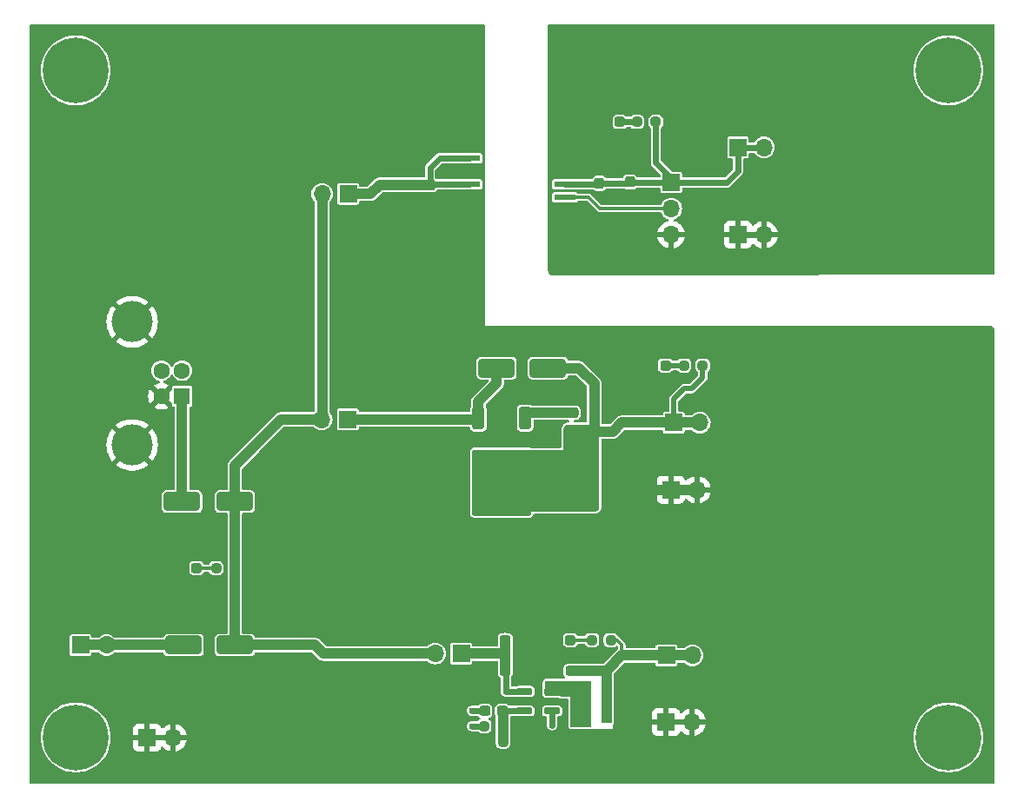
<source format=gbr>
%TF.GenerationSoftware,KiCad,Pcbnew,8.0.6*%
%TF.CreationDate,2024-11-03T20:55:08+02:00*%
%TF.ProjectId,G11_EMB_PCB1,4731315f-454d-4425-9f50-4342312e6b69,rev?*%
%TF.SameCoordinates,PX5f7e1b2PY7735940*%
%TF.FileFunction,Copper,L1,Top*%
%TF.FilePolarity,Positive*%
%FSLAX46Y46*%
G04 Gerber Fmt 4.6, Leading zero omitted, Abs format (unit mm)*
G04 Created by KiCad (PCBNEW 8.0.6) date 2024-11-03 20:55:08*
%MOMM*%
%LPD*%
G01*
G04 APERTURE LIST*
G04 Aperture macros list*
%AMRoundRect*
0 Rectangle with rounded corners*
0 $1 Rounding radius*
0 $2 $3 $4 $5 $6 $7 $8 $9 X,Y pos of 4 corners*
0 Add a 4 corners polygon primitive as box body*
4,1,4,$2,$3,$4,$5,$6,$7,$8,$9,$2,$3,0*
0 Add four circle primitives for the rounded corners*
1,1,$1+$1,$2,$3*
1,1,$1+$1,$4,$5*
1,1,$1+$1,$6,$7*
1,1,$1+$1,$8,$9*
0 Add four rect primitives between the rounded corners*
20,1,$1+$1,$2,$3,$4,$5,0*
20,1,$1+$1,$4,$5,$6,$7,0*
20,1,$1+$1,$6,$7,$8,$9,0*
20,1,$1+$1,$8,$9,$2,$3,0*%
G04 Aperture macros list end*
%TA.AperFunction,ComponentPad*%
%ADD10C,0.800000*%
%TD*%
%TA.AperFunction,ComponentPad*%
%ADD11C,6.400000*%
%TD*%
%TA.AperFunction,ComponentPad*%
%ADD12R,1.700000X1.700000*%
%TD*%
%TA.AperFunction,ComponentPad*%
%ADD13O,1.700000X1.700000*%
%TD*%
%TA.AperFunction,SMDPad,CuDef*%
%ADD14RoundRect,0.237500X-0.287500X-0.237500X0.287500X-0.237500X0.287500X0.237500X-0.287500X0.237500X0*%
%TD*%
%TA.AperFunction,SMDPad,CuDef*%
%ADD15RoundRect,0.237500X0.237500X-0.300000X0.237500X0.300000X-0.237500X0.300000X-0.237500X-0.300000X0*%
%TD*%
%TA.AperFunction,SMDPad,CuDef*%
%ADD16RoundRect,0.237500X0.250000X0.237500X-0.250000X0.237500X-0.250000X-0.237500X0.250000X-0.237500X0*%
%TD*%
%TA.AperFunction,SMDPad,CuDef*%
%ADD17RoundRect,0.162500X0.617500X0.162500X-0.617500X0.162500X-0.617500X-0.162500X0.617500X-0.162500X0*%
%TD*%
%TA.AperFunction,SMDPad,CuDef*%
%ADD18RoundRect,0.237500X-0.250000X-0.237500X0.250000X-0.237500X0.250000X0.237500X-0.250000X0.237500X0*%
%TD*%
%TA.AperFunction,SMDPad,CuDef*%
%ADD19RoundRect,0.250000X-0.350000X0.850000X-0.350000X-0.850000X0.350000X-0.850000X0.350000X0.850000X0*%
%TD*%
%TA.AperFunction,SMDPad,CuDef*%
%ADD20RoundRect,0.250000X-1.125000X1.275000X-1.125000X-1.275000X1.125000X-1.275000X1.125000X1.275000X0*%
%TD*%
%TA.AperFunction,SMDPad,CuDef*%
%ADD21RoundRect,0.249997X-2.650003X2.950003X-2.650003X-2.950003X2.650003X-2.950003X2.650003X2.950003X0*%
%TD*%
%TA.AperFunction,SMDPad,CuDef*%
%ADD22RoundRect,0.250000X-0.787500X-1.025000X0.787500X-1.025000X0.787500X1.025000X-0.787500X1.025000X0*%
%TD*%
%TA.AperFunction,SMDPad,CuDef*%
%ADD23RoundRect,0.237500X-0.237500X0.300000X-0.237500X-0.300000X0.237500X-0.300000X0.237500X0.300000X0*%
%TD*%
%TA.AperFunction,SMDPad,CuDef*%
%ADD24R,0.980000X3.400000*%
%TD*%
%TA.AperFunction,SMDPad,CuDef*%
%ADD25RoundRect,0.237500X-0.300000X-0.237500X0.300000X-0.237500X0.300000X0.237500X-0.300000X0.237500X0*%
%TD*%
%TA.AperFunction,ComponentPad*%
%ADD26R,1.600000X1.600000*%
%TD*%
%TA.AperFunction,ComponentPad*%
%ADD27C,1.600000*%
%TD*%
%TA.AperFunction,ComponentPad*%
%ADD28C,4.000000*%
%TD*%
%TA.AperFunction,SMDPad,CuDef*%
%ADD29RoundRect,0.250000X1.500000X0.650000X-1.500000X0.650000X-1.500000X-0.650000X1.500000X-0.650000X0*%
%TD*%
%TA.AperFunction,SMDPad,CuDef*%
%ADD30R,2.100000X0.600000*%
%TD*%
%TA.AperFunction,SMDPad,CuDef*%
%ADD31RoundRect,0.237500X-0.237500X0.250000X-0.237500X-0.250000X0.237500X-0.250000X0.237500X0.250000X0*%
%TD*%
%TA.AperFunction,SMDPad,CuDef*%
%ADD32RoundRect,0.237500X0.300000X0.237500X-0.300000X0.237500X-0.300000X-0.237500X0.300000X-0.237500X0*%
%TD*%
%TA.AperFunction,SMDPad,CuDef*%
%ADD33RoundRect,0.250000X-1.500000X-0.650000X1.500000X-0.650000X1.500000X0.650000X-1.500000X0.650000X0*%
%TD*%
%TA.AperFunction,SMDPad,CuDef*%
%ADD34RoundRect,0.237500X0.237500X-0.250000X0.237500X0.250000X-0.237500X0.250000X-0.237500X-0.250000X0*%
%TD*%
%TA.AperFunction,ViaPad*%
%ADD35C,0.500000*%
%TD*%
%TA.AperFunction,ViaPad*%
%ADD36C,0.600000*%
%TD*%
%TA.AperFunction,Conductor*%
%ADD37C,1.000000*%
%TD*%
%TA.AperFunction,Conductor*%
%ADD38C,0.500000*%
%TD*%
%TA.AperFunction,Conductor*%
%ADD39C,0.200000*%
%TD*%
%TA.AperFunction,Conductor*%
%ADD40C,0.300000*%
%TD*%
%TA.AperFunction,Conductor*%
%ADD41C,0.600000*%
%TD*%
G04 APERTURE END LIST*
D10*
%TO.P,REF\u002A\u002A,1*%
%TO.N,N/C*%
X2600000Y5000000D03*
X3302944Y6697056D03*
X3302944Y3302944D03*
X5000000Y7400000D03*
D11*
X5000000Y5000000D03*
D10*
X5000000Y2600000D03*
X6697056Y6697056D03*
X6697056Y3302944D03*
X7400000Y5000000D03*
%TD*%
%TO.P,REF\u002A\u002A,1*%
%TO.N,N/C*%
X87600000Y70000000D03*
X88302944Y71697056D03*
X88302944Y68302944D03*
X90000000Y72400000D03*
D11*
X90000000Y70000000D03*
D10*
X90000000Y67600000D03*
X91697056Y71697056D03*
X91697056Y68302944D03*
X92400000Y70000000D03*
%TD*%
D12*
%TO.P,J10,1,Pin_1*%
%TO.N,Net-(J10-Pin_1)*%
X31540000Y57975000D03*
D13*
%TO.P,J10,2,Pin_2*%
%TO.N,VIN*%
X29000000Y57975000D03*
%TD*%
D14*
%TO.P,D3,1,K*%
%TO.N,GND*%
X60687500Y41250000D03*
%TO.P,D3,2,A*%
%TO.N,Net-(D3-A)*%
X62437500Y41250000D03*
%TD*%
D12*
%TO.P,J2,1,Pin_1*%
%TO.N,VCC_LM*%
X63250000Y35675000D03*
D13*
%TO.P,J2,2,Pin_2*%
X65790000Y35675000D03*
%TD*%
D14*
%TO.P,D7,1,K*%
%TO.N,GND_ISO*%
X56250000Y65000000D03*
%TO.P,D7,2,A*%
%TO.N,Net-(D7-A)*%
X58000000Y65000000D03*
%TD*%
D12*
%TO.P,J7,1,Pin_1*%
%TO.N,VCC_SY*%
X62525000Y13000000D03*
D13*
%TO.P,J7,2,Pin_2*%
X65065000Y13000000D03*
%TD*%
D12*
%TO.P,J6,1,Pin_1*%
%TO.N,Net-(D5-A)*%
X5460000Y14000000D03*
D13*
%TO.P,J6,2,Pin_2*%
X8000000Y14000000D03*
%TD*%
D12*
%TO.P,J1,1,Pin_1*%
%TO.N,Net-(D1-K)*%
X31500000Y36000000D03*
D13*
%TO.P,J1,2,Pin_2*%
%TO.N,VIN*%
X28960000Y36000000D03*
%TD*%
D15*
%TO.P,C11,1*%
%TO.N,VCC_ISO*%
X56000000Y59000000D03*
%TO.P,C11,2*%
%TO.N,GND_ISO*%
X56000000Y60725000D03*
%TD*%
D16*
%TO.P,R7,1*%
%TO.N,Net-(U2-FB)*%
X46612500Y4600000D03*
%TO.P,R7,2*%
%TO.N,GND*%
X44787500Y4600000D03*
%TD*%
D17*
%TO.P,U2,1,EN*%
%TO.N,Net-(J5-Pin_1)*%
X51400000Y7600000D03*
%TO.P,U2,2,GND*%
%TO.N,GND*%
X51400000Y8550000D03*
%TO.P,U2,3,LX*%
%TO.N,Net-(U2-LX)*%
X51400000Y9500000D03*
%TO.P,U2,4,IN*%
%TO.N,Net-(J5-Pin_1)*%
X48700000Y9500000D03*
%TO.P,U2,5,FB*%
%TO.N,Net-(U2-FB)*%
X48700000Y7600000D03*
%TD*%
D16*
%TO.P,R4,1*%
%TO.N,VIN*%
X20500000Y21500000D03*
%TO.P,R4,2*%
%TO.N,Net-(D4-A)*%
X18675000Y21500000D03*
%TD*%
D10*
%TO.P,REF\u002A\u002A,1*%
%TO.N,N/C*%
X2600000Y70000000D03*
X3302944Y71697056D03*
X3302944Y68302944D03*
X5000000Y72400000D03*
D11*
X5000000Y70000000D03*
D10*
X5000000Y67600000D03*
X6697056Y71697056D03*
X6697056Y68302944D03*
X7400000Y70000000D03*
%TD*%
D18*
%TO.P,R6,1*%
%TO.N,VCC_SY*%
X44787500Y6100000D03*
%TO.P,R6,2*%
%TO.N,Net-(U2-FB)*%
X46612500Y6100000D03*
%TD*%
D12*
%TO.P,J13,1,Pin_1*%
%TO.N,GND_ISO*%
X69500000Y54000000D03*
D13*
%TO.P,J13,2,Pin_2*%
X72040000Y54000000D03*
%TD*%
D19*
%TO.P,U1,1,ADJ*%
%TO.N,Net-(U1-ADJ)*%
X48777500Y36125000D03*
D20*
%TO.P,U1,2,VO*%
%TO.N,VCC_LM*%
X48022500Y31500000D03*
X44972500Y31500000D03*
D21*
X46497500Y29825000D03*
D20*
X48022500Y28150000D03*
X44972500Y28150000D03*
D19*
%TO.P,U1,3,VI*%
%TO.N,Net-(D1-K)*%
X44217500Y36125000D03*
%TD*%
D22*
%TO.P,C3,1*%
%TO.N,VCC_LM*%
X52887500Y29150000D03*
%TO.P,C3,2*%
%TO.N,GND*%
X59112500Y29150000D03*
%TD*%
D12*
%TO.P,J11,1,Pin_1*%
%TO.N,VCC_ISO*%
X69500000Y62500000D03*
D13*
%TO.P,J11,2,Pin_2*%
X72040000Y62500000D03*
%TD*%
D15*
%TO.P,C12,1*%
%TO.N,VCC_ISO*%
X59000000Y59137500D03*
%TO.P,C12,2*%
%TO.N,GND_ISO*%
X59000000Y60862500D03*
%TD*%
D23*
%TO.P,C2,1*%
%TO.N,Net-(D1-K)*%
X40500000Y36000000D03*
%TO.P,C2,2*%
%TO.N,GND*%
X40500000Y34275000D03*
%TD*%
D10*
%TO.P,REF\u002A\u002A,1*%
%TO.N,N/C*%
X87600000Y5000000D03*
X88302944Y6697056D03*
X88302944Y3302944D03*
X90000000Y7400000D03*
D11*
X90000000Y5000000D03*
D10*
X90000000Y2600000D03*
X91697056Y6697056D03*
X91697056Y3302944D03*
X92400000Y5000000D03*
%TD*%
D16*
%TO.P,R8,1*%
%TO.N,VCC_ISO*%
X61500000Y65000000D03*
%TO.P,R8,2*%
%TO.N,Net-(D7-A)*%
X59675000Y65000000D03*
%TD*%
D24*
%TO.P,L1,1,1*%
%TO.N,Net-(U2-LX)*%
X54315000Y8100000D03*
%TO.P,L1,2,2*%
%TO.N,VCC_SY*%
X56685000Y8100000D03*
%TD*%
D25*
%TO.P,C4,1*%
%TO.N,Net-(J5-Pin_1)*%
X46837500Y11500000D03*
%TO.P,C4,2*%
%TO.N,GND*%
X48562500Y11500000D03*
%TD*%
D14*
%TO.P,D6,1,K*%
%TO.N,GND*%
X51450000Y14500000D03*
%TO.P,D6,2,A*%
%TO.N,Net-(D6-A)*%
X53200000Y14500000D03*
%TD*%
D25*
%TO.P,C5,1*%
%TO.N,Net-(J5-Pin_1)*%
X46837500Y13000000D03*
%TO.P,C5,2*%
%TO.N,GND*%
X48562500Y13000000D03*
%TD*%
D26*
%TO.P,J3,1,VBUS*%
%TO.N,Net-(D2-A)*%
X15360000Y38250000D03*
D27*
%TO.P,J3,2,D-*%
%TO.N,unconnected-(J3-D--Pad2)*%
X15360000Y40750000D03*
%TO.P,J3,3,D+*%
%TO.N,unconnected-(J3-D+-Pad3)*%
X13360000Y40750000D03*
%TO.P,J3,4,GND*%
%TO.N,GND*%
X13360000Y38250000D03*
D28*
%TO.P,J3,5,Shield*%
X10500000Y33500000D03*
X10500000Y45500000D03*
%TD*%
D29*
%TO.P,D2,1,K*%
%TO.N,VIN*%
X20500000Y28000000D03*
%TO.P,D2,2,A*%
%TO.N,Net-(D2-A)*%
X15360000Y28000000D03*
%TD*%
D16*
%TO.P,R5,1*%
%TO.N,VCC_SY*%
X57112500Y14500000D03*
%TO.P,R5,2*%
%TO.N,Net-(D6-A)*%
X55287500Y14500000D03*
%TD*%
D12*
%TO.P,J8,1,Pin_1*%
%TO.N,GND*%
X11960000Y5000000D03*
D13*
%TO.P,J8,2,Pin_2*%
X14500000Y5000000D03*
%TD*%
D16*
%TO.P,R2,1*%
%TO.N,VCC_LM*%
X66075000Y41250000D03*
%TO.P,R2,2*%
%TO.N,Net-(D3-A)*%
X64250000Y41250000D03*
%TD*%
D23*
%TO.P,C1,1*%
%TO.N,Net-(D1-K)*%
X37500000Y36000000D03*
%TO.P,C1,2*%
%TO.N,GND*%
X37500000Y34275000D03*
%TD*%
%TO.P,C9,1*%
%TO.N,Net-(J10-Pin_1)*%
X36500000Y58862500D03*
%TO.P,C9,2*%
%TO.N,GND*%
X36500000Y57137500D03*
%TD*%
D30*
%TO.P,U3,1,EN*%
%TO.N,Net-(J10-Pin_1)*%
X43350000Y61445000D03*
%TO.P,U3,2,GNDP*%
%TO.N,GND*%
X43350000Y60175000D03*
%TO.P,U3,3,VINP*%
%TO.N,Net-(J10-Pin_1)*%
X43350000Y58905000D03*
%TO.P,U3,4,SYNC*%
%TO.N,GND*%
X43350000Y57635000D03*
%TO.P,U3,5,SYNC_OK*%
X43350000Y56365000D03*
%TO.P,U3,6,NC*%
X43350000Y55095000D03*
%TO.P,U3,7,NC*%
X43350000Y53825000D03*
%TO.P,U3,8,NC*%
X43350000Y52555000D03*
%TO.P,U3,9,GNDS*%
%TO.N,GND_ISO*%
X52650000Y52555000D03*
%TO.P,U3,10,NC*%
X52650000Y53825000D03*
%TO.P,U3,11,NC*%
X52650000Y55095000D03*
%TO.P,U3,12,NC*%
X52650000Y56365000D03*
%TO.P,U3,13,SEL*%
%TO.N,Net-(J12-Pin_2)*%
X52650000Y57635000D03*
%TO.P,U3,14,VISO*%
%TO.N,VCC_ISO*%
X52650000Y58905000D03*
%TO.P,U3,15,GNDS*%
%TO.N,GND_ISO*%
X52650000Y60175000D03*
%TO.P,U3,16,GNDS*%
X52650000Y61445000D03*
%TD*%
D25*
%TO.P,C7,1*%
%TO.N,VCC_SY*%
X44837500Y7600000D03*
%TO.P,C7,2*%
%TO.N,Net-(U2-FB)*%
X46562500Y7600000D03*
%TD*%
D12*
%TO.P,J9,1,Pin_1*%
%TO.N,GND*%
X62500000Y6500000D03*
D13*
%TO.P,J9,2,Pin_2*%
X65040000Y6500000D03*
%TD*%
D31*
%TO.P,R3,1*%
%TO.N,Net-(U1-ADJ)*%
X51500000Y36650000D03*
%TO.P,R3,2*%
%TO.N,GND*%
X51500000Y34825000D03*
%TD*%
D32*
%TO.P,C8,1*%
%TO.N,VCC_SY*%
X53225000Y11500000D03*
%TO.P,C8,2*%
%TO.N,GND*%
X51500000Y11500000D03*
%TD*%
D33*
%TO.P,D1,1,K*%
%TO.N,Net-(D1-K)*%
X46000000Y41000000D03*
%TO.P,D1,2,A*%
%TO.N,VCC_LM*%
X51000000Y41000000D03*
%TD*%
D29*
%TO.P,D5,1,K*%
%TO.N,VIN*%
X20500000Y14000000D03*
%TO.P,D5,2,A*%
%TO.N,Net-(D5-A)*%
X15500000Y14000000D03*
%TD*%
D23*
%TO.P,C10,1*%
%TO.N,Net-(J10-Pin_1)*%
X39500000Y58862500D03*
%TO.P,C10,2*%
%TO.N,GND*%
X39500000Y57137500D03*
%TD*%
D25*
%TO.P,C6,1*%
%TO.N,Net-(J5-Pin_1)*%
X46837500Y14500000D03*
%TO.P,C6,2*%
%TO.N,GND*%
X48562500Y14500000D03*
%TD*%
D14*
%TO.P,D4,1,K*%
%TO.N,GND*%
X15025000Y21500000D03*
%TO.P,D4,2,A*%
%TO.N,Net-(D4-A)*%
X16775000Y21500000D03*
%TD*%
D12*
%TO.P,J4,1,Pin_1*%
%TO.N,GND*%
X62960000Y29150000D03*
D13*
%TO.P,J4,2,Pin_2*%
X65500000Y29150000D03*
%TD*%
D12*
%TO.P,J12,1,Pin_1*%
%TO.N,VCC_ISO*%
X63000000Y59080000D03*
D13*
%TO.P,J12,2,Pin_2*%
%TO.N,Net-(J12-Pin_2)*%
X63000000Y56540000D03*
%TO.P,J12,3,Pin_3*%
%TO.N,GND_ISO*%
X63000000Y54000000D03*
%TD*%
D12*
%TO.P,J5,1,Pin_1*%
%TO.N,Net-(J5-Pin_1)*%
X42550000Y13175000D03*
D13*
%TO.P,J5,2,Pin_2*%
%TO.N,VIN*%
X40010000Y13175000D03*
%TD*%
D34*
%TO.P,R1,1*%
%TO.N,VCC_LM*%
X53500000Y34825000D03*
%TO.P,R1,2*%
%TO.N,Net-(U1-ADJ)*%
X53500000Y36650000D03*
%TD*%
D35*
%TO.N,GND*%
X900000Y1800000D03*
X92000000Y800000D03*
X900000Y59100000D03*
X4600000Y74100000D03*
X20700000Y74100000D03*
X91000000Y800000D03*
X44500000Y63000000D03*
X32000000Y800000D03*
X44400000Y50200000D03*
X9800000Y74100000D03*
X52300000Y44700000D03*
D36*
X51200000Y13500000D03*
D35*
X900000Y73100000D03*
X67400000Y44700000D03*
X900000Y55100000D03*
X57500000Y44700000D03*
X900000Y25200000D03*
X94100000Y8600000D03*
X86300000Y44700000D03*
X900000Y42000000D03*
X48400000Y44700000D03*
X11900000Y74100000D03*
D36*
X37500000Y33000000D03*
D35*
X53000000Y800000D03*
D36*
X37700000Y57100000D03*
X39500000Y55900000D03*
D35*
X94100000Y36500000D03*
X94100000Y25500000D03*
D36*
X56700000Y33600000D03*
D35*
X84900000Y800000D03*
X41100000Y800000D03*
X36900000Y74100000D03*
X900000Y27100000D03*
D36*
X41375000Y60175000D03*
X43600000Y4300000D03*
X59500000Y31250000D03*
D35*
X94100000Y15400000D03*
X46400000Y44700000D03*
X77100000Y800000D03*
X44400000Y47000000D03*
D36*
X60800000Y28100000D03*
D35*
X50900000Y800000D03*
X900000Y61200000D03*
D36*
X50500000Y34750000D03*
D35*
X40100000Y800000D03*
X14800000Y800000D03*
X94100000Y29600000D03*
X44500000Y73000000D03*
X13900000Y74100000D03*
X1900000Y800000D03*
X71500000Y44700000D03*
X66100000Y800000D03*
X94100000Y32600000D03*
X22700000Y74100000D03*
X31700000Y74100000D03*
X94100000Y10500000D03*
D36*
X38500000Y33100000D03*
D35*
X900000Y34000000D03*
X900000Y35000000D03*
X58900000Y800000D03*
X92800000Y44700000D03*
X94100000Y24400000D03*
X9900000Y800000D03*
X43500000Y51400000D03*
X22800000Y800000D03*
X44400000Y49400000D03*
X47400000Y44700000D03*
X900000Y68000000D03*
X30000000Y800000D03*
X900000Y8000000D03*
X5000000Y800000D03*
X94100000Y35500000D03*
X89000000Y800000D03*
X83000000Y800000D03*
X8000000Y800000D03*
X43100000Y800000D03*
X94100000Y22400000D03*
X900000Y36100000D03*
X37900000Y74100000D03*
X88000000Y800000D03*
X21700000Y74100000D03*
X94100000Y17500000D03*
X48900000Y800000D03*
X900000Y66000000D03*
X44400000Y48600000D03*
X70000000Y800000D03*
X55400000Y44700000D03*
X71000000Y800000D03*
D36*
X49800000Y10600000D03*
X41375000Y52500000D03*
D35*
X30700000Y74100000D03*
X900000Y4100000D03*
X900000Y11000000D03*
X70500000Y44700000D03*
X69500000Y44700000D03*
X73500000Y44700000D03*
X18800000Y74100000D03*
X15900000Y800000D03*
X900000Y32000000D03*
X64100000Y800000D03*
X93800000Y44700000D03*
X900000Y48100000D03*
D36*
X13800000Y21500000D03*
D35*
X57900000Y800000D03*
X53400000Y40000000D03*
X94100000Y33600000D03*
X900000Y26200000D03*
X94100000Y9600000D03*
X90900000Y44700000D03*
X80300000Y44700000D03*
X84000000Y800000D03*
X77400000Y44700000D03*
X94100000Y16500000D03*
X42800000Y74100000D03*
X900000Y6000000D03*
X900000Y21100000D03*
D36*
X41375000Y57575000D03*
D35*
X84300000Y44700000D03*
X94100000Y1500000D03*
D36*
X49700000Y12500000D03*
D35*
X54400000Y44700000D03*
X44500000Y68900000D03*
X82400000Y44700000D03*
X27800000Y74100000D03*
X16900000Y74100000D03*
X900000Y49100000D03*
X91900000Y44700000D03*
X900000Y9000000D03*
X90000000Y800000D03*
X900000Y57100000D03*
X900000Y5100000D03*
X73000000Y800000D03*
X34800000Y74100000D03*
X40900000Y74100000D03*
X61000000Y800000D03*
X94100000Y19500000D03*
X94100000Y14400000D03*
X57000000Y800000D03*
D36*
X36500000Y55800000D03*
X38600000Y55900000D03*
D35*
X900000Y47000000D03*
D36*
X52600000Y6400000D03*
D35*
X94100000Y41300000D03*
X7800000Y74100000D03*
X34900000Y800000D03*
X44500000Y64000000D03*
X6000000Y800000D03*
D36*
X41600000Y34300000D03*
X40500000Y56000000D03*
D35*
X900000Y45000000D03*
X25900000Y800000D03*
X9000000Y800000D03*
X900000Y53200000D03*
X82000000Y800000D03*
X49900000Y800000D03*
X900000Y58100000D03*
X81100000Y800000D03*
D36*
X56700000Y36000000D03*
D35*
X44500000Y74000000D03*
X93000000Y800000D03*
X900000Y38100000D03*
D36*
X57250000Y28750000D03*
X37600000Y55900000D03*
D35*
X76100000Y800000D03*
X46000000Y800000D03*
X900000Y67000000D03*
X44100000Y800000D03*
X44300000Y51700000D03*
D36*
X51500000Y33750000D03*
D35*
X900000Y22100000D03*
X78300000Y44700000D03*
X37000000Y800000D03*
X63400000Y44700000D03*
X94100000Y4600000D03*
D36*
X51200000Y12500000D03*
X43800000Y3600000D03*
D35*
X900000Y7000000D03*
X75400000Y44700000D03*
X13800000Y800000D03*
X17900000Y800000D03*
X24900000Y800000D03*
X94100000Y38400000D03*
X68100000Y800000D03*
X900000Y65100000D03*
D36*
X49700000Y13500000D03*
D35*
X94100000Y26500000D03*
X900000Y17200000D03*
D36*
X50000000Y8500000D03*
D35*
X900000Y70000000D03*
X33000000Y800000D03*
X94100000Y21500000D03*
X24800000Y74100000D03*
X47700000Y37100000D03*
X79300000Y44700000D03*
X62000000Y800000D03*
X38000000Y800000D03*
X43800000Y74100000D03*
X900000Y74100000D03*
X61500000Y44700000D03*
X2300000Y74100000D03*
X15900000Y74100000D03*
X85900000Y800000D03*
X94100000Y30600000D03*
X19900000Y800000D03*
X12800000Y800000D03*
X20900000Y800000D03*
X900000Y69000000D03*
X65400000Y44700000D03*
X69100000Y800000D03*
X94100000Y7600000D03*
X89100000Y44700000D03*
X94100000Y34500000D03*
X67100000Y800000D03*
X56400000Y44700000D03*
X94100000Y23400000D03*
D36*
X41375000Y53800000D03*
X41500000Y33200000D03*
D35*
X94100000Y13400000D03*
X900000Y19100000D03*
X10800000Y74100000D03*
X44400000Y46200000D03*
X93900000Y800000D03*
D36*
X49700000Y14500000D03*
D35*
X900000Y56100000D03*
X900000Y10000000D03*
X900000Y62200000D03*
D36*
X48600000Y10400000D03*
D35*
X86900000Y800000D03*
X94100000Y3500000D03*
X88400000Y44700000D03*
X29700000Y74100000D03*
X900000Y37100000D03*
X900000Y41100000D03*
X900000Y72100000D03*
D36*
X40600000Y57100000D03*
D35*
X94100000Y12500000D03*
X12900000Y74100000D03*
X10900000Y800000D03*
D36*
X57250000Y29750000D03*
D35*
X26900000Y800000D03*
X94100000Y27500000D03*
X80100000Y800000D03*
X94100000Y44100000D03*
X900000Y71000000D03*
X44500000Y65900000D03*
D36*
X36400000Y34300000D03*
D35*
X50400000Y44700000D03*
X65100000Y800000D03*
X75000000Y800000D03*
X7000000Y800000D03*
X59900000Y800000D03*
X44800000Y44700000D03*
X28800000Y74100000D03*
D36*
X52600000Y8400000D03*
D35*
X16900000Y800000D03*
D36*
X50600000Y14500000D03*
D35*
X3493007Y74107902D03*
X900000Y64100000D03*
X62500000Y44700000D03*
D36*
X50500000Y33750000D03*
X41375000Y56375000D03*
D35*
X79100000Y800000D03*
D36*
X58500000Y31250000D03*
D35*
X94100000Y2500000D03*
X87300000Y44700000D03*
X31000000Y800000D03*
D36*
X60700000Y30100000D03*
D35*
X52000000Y800000D03*
X35900000Y800000D03*
X33900000Y800000D03*
X74000000Y800000D03*
X68400000Y44700000D03*
X44500000Y65000000D03*
X94100000Y5600000D03*
X900000Y20100000D03*
X900000Y44000000D03*
X900000Y43000000D03*
X900000Y23100000D03*
X38900000Y74100000D03*
X76400000Y44700000D03*
X94100000Y18500000D03*
X63000000Y800000D03*
X41900000Y51400000D03*
X4000000Y800000D03*
X8800000Y74100000D03*
X59500000Y44700000D03*
X53300000Y44700000D03*
X6800000Y74100000D03*
X21800000Y800000D03*
X72500000Y44700000D03*
X900000Y39100000D03*
X94100000Y20500000D03*
X60500000Y44700000D03*
X94100000Y39400000D03*
X78100000Y800000D03*
X14900000Y74100000D03*
X48000000Y800000D03*
X26800000Y74100000D03*
X900000Y28100000D03*
D36*
X41375000Y55075000D03*
D35*
X56000000Y800000D03*
X44400000Y51000000D03*
X32800000Y74100000D03*
X44400000Y45400000D03*
X900000Y50100000D03*
X900000Y54100000D03*
X66400000Y44700000D03*
X45600000Y44700000D03*
X900000Y52200000D03*
X94100000Y11500000D03*
X44500000Y66900000D03*
X29000000Y800000D03*
D36*
X59500000Y27000000D03*
D35*
X900000Y13100000D03*
D36*
X38600000Y34300000D03*
X58500000Y27000000D03*
X58937500Y41250000D03*
D35*
X94100000Y42200000D03*
X74500000Y44700000D03*
D36*
X35300000Y57100000D03*
D35*
X81400000Y44700000D03*
X900000Y16200000D03*
D36*
X50000000Y7400000D03*
D35*
X23800000Y800000D03*
X900000Y24200000D03*
X900000Y12100000D03*
X900000Y33000000D03*
X900000Y800000D03*
X2900000Y800000D03*
X900000Y40100000D03*
D36*
X35400000Y55900000D03*
D35*
X900000Y29100000D03*
X23800000Y74100000D03*
X44500000Y70900000D03*
X42100000Y800000D03*
X900000Y18100000D03*
D36*
X43600000Y5100000D03*
D35*
X51300000Y44700000D03*
X18900000Y800000D03*
X94100000Y43200000D03*
X45100000Y800000D03*
X44500000Y72000000D03*
X900000Y30000000D03*
X41800000Y74100000D03*
X49400000Y44700000D03*
X85300000Y44700000D03*
X900000Y14100000D03*
X44500000Y69900000D03*
X94100000Y28600000D03*
X5600000Y74100000D03*
D36*
X40500000Y33000000D03*
D35*
X900000Y46000000D03*
X89900000Y44700000D03*
X58500000Y44700000D03*
D36*
X39500000Y33200000D03*
D35*
X39900000Y74100000D03*
D36*
X48300000Y8500000D03*
D35*
X17800000Y74100000D03*
X44500000Y67900000D03*
X94100000Y6600000D03*
X44400000Y47800000D03*
X11900000Y800000D03*
D36*
X39400000Y34300000D03*
D35*
X39000000Y800000D03*
X19800000Y74100000D03*
X900000Y15200000D03*
X54000000Y800000D03*
X64400000Y44700000D03*
X94100000Y31600000D03*
D36*
X36447211Y33270079D03*
D35*
X72000000Y800000D03*
X47000000Y800000D03*
X900000Y31000000D03*
X900000Y63100000D03*
X25800000Y74100000D03*
X900000Y60200000D03*
X42700000Y51400000D03*
X55000000Y800000D03*
X83400000Y44700000D03*
X900000Y3100000D03*
X45500000Y37100000D03*
D36*
X50000000Y9700000D03*
D35*
X28000000Y800000D03*
X94100000Y40300000D03*
X900000Y51200000D03*
X42900000Y37300000D03*
X94100000Y37400000D03*
X33800000Y74100000D03*
X35900000Y74100000D03*
D36*
%TO.N,VCC_SY*%
X43612500Y7600000D03*
X54400000Y11500000D03*
X43612500Y6100000D03*
%TO.N,Net-(J5-Pin_1)*%
X51400000Y6200000D03*
X46875000Y9500000D03*
%TO.N,VCC_LM*%
X48750000Y29250000D03*
X48750000Y28250000D03*
X46500000Y32250000D03*
X48750000Y32250000D03*
X44250000Y32250000D03*
X44250000Y29250000D03*
X46500000Y28250000D03*
X44250000Y28250000D03*
X48750000Y31250000D03*
X46500000Y27250000D03*
X46500000Y31250000D03*
X44250000Y30250000D03*
X48750000Y27250000D03*
X46500000Y29250000D03*
X44250000Y31250000D03*
X48750000Y30250000D03*
X44250000Y27250000D03*
X46500000Y30250000D03*
D35*
%TO.N,GND_ISO*%
X94000000Y50400000D03*
X94000000Y51600000D03*
X57850000Y50400000D03*
X56000000Y57900000D03*
X51300000Y72700000D03*
X60350000Y50400000D03*
X61500000Y50400000D03*
X61400000Y74100000D03*
X79250000Y50400000D03*
X94000000Y60200000D03*
X51300000Y71500000D03*
X70450000Y50400000D03*
X57750000Y74100000D03*
X60100000Y60900000D03*
X94000000Y54150000D03*
X86600000Y74100000D03*
X91500000Y50400000D03*
X51300000Y67900000D03*
X54400000Y61400000D03*
X52500000Y51600000D03*
X84100000Y50400000D03*
X54400000Y53900000D03*
X77950000Y74100000D03*
X51900000Y62400000D03*
X55150000Y74100000D03*
X53900000Y50400000D03*
X60000000Y57400000D03*
X72800000Y74100000D03*
X69050000Y74100000D03*
X54100000Y62300000D03*
X94000000Y72500000D03*
X85350000Y74100000D03*
X76600000Y74100000D03*
X78050000Y50400000D03*
X56400000Y74100000D03*
X51300000Y66600000D03*
X89150000Y74100000D03*
X66500000Y74100000D03*
X94000000Y59250000D03*
X57000000Y60800000D03*
X64000000Y50400000D03*
X71600000Y50400000D03*
X60700000Y58200000D03*
X65250000Y74100000D03*
X59050000Y50400000D03*
X63900000Y74100000D03*
X51300000Y65400000D03*
X94000000Y52800000D03*
X56000000Y61900000D03*
X90450000Y74100000D03*
X94000000Y63900000D03*
X94000000Y65100000D03*
X54400000Y52550000D03*
X94000000Y66450000D03*
X69150000Y50400000D03*
X51400000Y50400000D03*
X51300000Y64050000D03*
X81600000Y50400000D03*
X94000000Y67700000D03*
X51300000Y62800000D03*
X67950000Y50400000D03*
X51700000Y51600000D03*
X52700000Y50400000D03*
X62700000Y74100000D03*
X65350000Y50400000D03*
X93900000Y74100000D03*
X57600000Y57500000D03*
X54900000Y60800000D03*
X75350000Y74100000D03*
X94000000Y61400000D03*
X70350000Y74100000D03*
X58950000Y74100000D03*
X52700000Y62400000D03*
X82800000Y74100000D03*
X71500000Y74100000D03*
X72900000Y50400000D03*
X87950000Y74100000D03*
X89250000Y50400000D03*
X94000000Y70250000D03*
X94000000Y69050000D03*
X92600000Y74100000D03*
X60250000Y74100000D03*
X54400000Y56400000D03*
X52600000Y74100000D03*
X94000000Y57950000D03*
X51300000Y74000000D03*
X92700000Y50400000D03*
X94000000Y55400000D03*
X53400000Y62400000D03*
X54100000Y51600000D03*
X94000000Y56750000D03*
X62800000Y50400000D03*
X58000000Y60800000D03*
X94000000Y62700000D03*
X86700000Y50400000D03*
X66600000Y50400000D03*
X85450000Y50400000D03*
X88050000Y50400000D03*
X67850000Y74100000D03*
X53800000Y74100000D03*
X90550000Y50400000D03*
X75450000Y50400000D03*
X80450000Y74100000D03*
X84000000Y74100000D03*
X51300000Y70150000D03*
X59000000Y62000000D03*
X91400000Y74100000D03*
X54400000Y55100000D03*
X54400000Y60200000D03*
X80550000Y50400000D03*
X55250000Y50400000D03*
X56500000Y50400000D03*
X94000000Y71550000D03*
X79150000Y74100000D03*
X82900000Y50400000D03*
X55300000Y65000000D03*
X76700000Y50400000D03*
X74000000Y74100000D03*
X81500000Y74100000D03*
X74100000Y50400000D03*
X53300000Y51600000D03*
X51300000Y68900000D03*
%TD*%
D37*
%TO.N,VIN*%
X40010000Y13175000D02*
X29125000Y13175000D01*
X25000000Y36000000D02*
X28960000Y36000000D01*
X20500000Y28000000D02*
X20500000Y31500000D01*
X29000000Y36040000D02*
X29000000Y57975000D01*
X20500000Y14000000D02*
X28300000Y14000000D01*
X20500000Y28000000D02*
X20500000Y14000000D01*
X20500000Y31500000D02*
X25000000Y36000000D01*
X29125000Y13175000D02*
X28300000Y14000000D01*
X28960000Y36000000D02*
X29000000Y36040000D01*
D38*
%TO.N,GND*%
X51425000Y34750000D02*
X51500000Y34825000D01*
D37*
X39500000Y57175000D02*
X39500000Y55900000D01*
D38*
X43350000Y52555000D02*
X41355000Y52555000D01*
D39*
X41355000Y52555000D02*
X41300000Y52500000D01*
D38*
X41400000Y60200000D02*
X41375000Y60175000D01*
D37*
X40500000Y34275000D02*
X40500000Y33000000D01*
D38*
X58937500Y41250000D02*
X60750000Y41250000D01*
X43725000Y60200000D02*
X41400000Y60200000D01*
X51500000Y33750000D02*
X51500000Y34825000D01*
X43325000Y57600000D02*
X41400000Y57600000D01*
D37*
X37500000Y34275000D02*
X37500000Y33000000D01*
X36500000Y57075000D02*
X36500000Y55800000D01*
D38*
X43425000Y56400000D02*
X41500000Y56400000D01*
D37*
X59112500Y29150000D02*
X65500000Y29150000D01*
D38*
X43350000Y53825000D02*
X41425000Y53825000D01*
X50500000Y34750000D02*
X51425000Y34750000D01*
X41425000Y53825000D02*
X41400000Y53800000D01*
X43325000Y55100000D02*
X41400000Y55100000D01*
D37*
%TO.N,Net-(D1-K)*%
X44217500Y37717500D02*
X44217500Y36125000D01*
X31500000Y36000000D02*
X37500000Y36000000D01*
X37500000Y36000000D02*
X40500000Y36000000D01*
X44092500Y36000000D02*
X44217500Y36125000D01*
X40500000Y36000000D02*
X44092500Y36000000D01*
X46000000Y41000000D02*
X46000000Y39500000D01*
X46000000Y39500000D02*
X44217500Y37717500D01*
%TO.N,VCC_SY*%
X65065000Y13000000D02*
X58200000Y13000000D01*
D40*
X57112500Y14500000D02*
X57700000Y14500000D01*
D37*
X56700000Y11500000D02*
X53225000Y11500000D01*
D41*
X44787500Y7600000D02*
X43612500Y7600000D01*
D40*
X58200000Y14000000D02*
X58200000Y13000000D01*
D37*
X56700000Y8500000D02*
X56700000Y11500000D01*
D39*
X44837500Y7550000D02*
X44787500Y7600000D01*
D37*
X58200000Y13000000D02*
X56900000Y11700000D01*
D40*
X57700000Y14500000D02*
X58200000Y14000000D01*
D41*
X43612500Y6100000D02*
X44837500Y6100000D01*
%TO.N,Net-(J5-Pin_1)*%
X46875000Y11462500D02*
X46837500Y11500000D01*
D37*
X46837500Y11500000D02*
X46837500Y13000000D01*
D41*
X46875000Y9500000D02*
X46875000Y11462500D01*
X46875000Y9500000D02*
X48700000Y9500000D01*
D37*
X46837500Y14500000D02*
X46837500Y13000000D01*
X46662500Y13175000D02*
X46837500Y13000000D01*
X42550000Y13175000D02*
X46662500Y13175000D01*
D38*
X46837500Y13000000D02*
X46537500Y13300000D01*
D41*
X51400000Y7600000D02*
X51400000Y6200000D01*
D37*
%TO.N,Net-(D2-A)*%
X15360000Y38250000D02*
X15360000Y28000000D01*
D38*
%TO.N,Net-(D3-A)*%
X62437500Y41250000D02*
X64250000Y41250000D01*
D39*
%TO.N,Net-(U2-FB)*%
X46562500Y4600000D02*
X46612500Y4600000D01*
D37*
X46612500Y4600000D02*
X46612500Y7600000D01*
D41*
X48700000Y7600000D02*
X46612500Y7600000D01*
%TO.N,Net-(J10-Pin_1)*%
X40445000Y61445000D02*
X39500000Y60500000D01*
D37*
X33725000Y57975000D02*
X34612500Y58862500D01*
X34612500Y58862500D02*
X36500000Y58862500D01*
D41*
X39500000Y60500000D02*
X39500000Y58862500D01*
X39542500Y58905000D02*
X39500000Y58862500D01*
X43350000Y61445000D02*
X40445000Y61445000D01*
D37*
X31540000Y57975000D02*
X33725000Y57975000D01*
D41*
X43350000Y58905000D02*
X39542500Y58905000D01*
D37*
X36500000Y58862500D02*
X39500000Y58862500D01*
%TO.N,VCC_LM*%
X63250000Y35675000D02*
X61500000Y35675000D01*
D38*
X66075000Y40075000D02*
X65000000Y39000000D01*
D37*
X61500000Y35675000D02*
X58175000Y35675000D01*
X57325000Y34825000D02*
X55500000Y34825000D01*
D39*
X47172500Y29150000D02*
X46497500Y29825000D01*
D38*
X65000000Y39000000D02*
X64250000Y39000000D01*
X63250000Y38000000D02*
X63250000Y35675000D01*
D37*
X55500000Y34825000D02*
X55500000Y39500000D01*
X61500000Y35675000D02*
X65790000Y35675000D01*
X54000000Y41000000D02*
X51000000Y41000000D01*
X58175000Y35675000D02*
X57325000Y34825000D01*
D38*
X66075000Y41250000D02*
X66075000Y40075000D01*
D37*
X55500000Y34825000D02*
X53500000Y34825000D01*
D38*
X64250000Y39000000D02*
X63250000Y38000000D01*
D37*
X55500000Y39500000D02*
X54000000Y41000000D01*
D40*
%TO.N,Net-(D4-A)*%
X16775000Y21500000D02*
X18675000Y21500000D01*
D37*
%TO.N,Net-(D5-A)*%
X5460000Y14000000D02*
X15500000Y14000000D01*
D41*
%TO.N,VCC_ISO*%
X69500000Y62500000D02*
X72040000Y62500000D01*
X61500000Y61000000D02*
X61500000Y65000000D01*
X63000000Y59080000D02*
X63000000Y59500000D01*
X69500000Y60200000D02*
X69500000Y62500000D01*
X63000000Y59500000D02*
X61500000Y61000000D01*
X59057500Y59080000D02*
X59000000Y59137500D01*
X68380000Y59080000D02*
X69500000Y60200000D01*
X63000000Y59080000D02*
X59057500Y59080000D01*
X56000000Y59000000D02*
X58862500Y59000000D01*
X63000000Y59080000D02*
X68380000Y59080000D01*
X52650000Y58905000D02*
X55905000Y58905000D01*
X58862500Y59000000D02*
X59000000Y59137500D01*
X55905000Y58905000D02*
X56000000Y59000000D01*
%TO.N,GND_ISO*%
X52650000Y52555000D02*
X54395000Y52555000D01*
X56250000Y65000000D02*
X55300000Y65000000D01*
X54395000Y52555000D02*
X54400000Y52550000D01*
X72040000Y54000000D02*
X69500000Y54000000D01*
D40*
%TO.N,Net-(D6-A)*%
X55287500Y14500000D02*
X53237500Y14500000D01*
D41*
%TO.N,Net-(D7-A)*%
X59675000Y65000000D02*
X58000000Y65000000D01*
D40*
%TO.N,Net-(J12-Pin_2)*%
X56060000Y56540000D02*
X63000000Y56540000D01*
X54965000Y57635000D02*
X56060000Y56540000D01*
X52650000Y57635000D02*
X54965000Y57635000D01*
D39*
%TO.N,Net-(U2-LX)*%
X54315000Y8785000D02*
X54315000Y8100000D01*
D38*
X54315000Y9500000D02*
X54315000Y8100000D01*
D41*
X51400000Y9500000D02*
X54315000Y9500000D01*
D37*
%TO.N,Net-(U1-ADJ)*%
X51500000Y36650000D02*
X53500000Y36650000D01*
D39*
X49302500Y36650000D02*
X48777500Y36125000D01*
D37*
X51500000Y36650000D02*
X49302500Y36650000D01*
%TD*%
%TA.AperFunction,Conductor*%
%TO.N,Net-(U2-LX)*%
G36*
X55159191Y10481093D02*
G01*
X55195155Y10431593D01*
X55200000Y10401000D01*
X55200000Y6099000D01*
X55181093Y6040809D01*
X55131593Y6004845D01*
X55101000Y6000000D01*
X53299000Y6000000D01*
X53240809Y6018907D01*
X53204845Y6068407D01*
X53200000Y6099000D01*
X53200000Y8999999D01*
X53200000Y9000000D01*
X53199999Y9000000D01*
X52278822Y9000000D01*
X52235342Y9010059D01*
X52225040Y9015096D01*
X52122509Y9065220D01*
X52051949Y9075500D01*
X52051946Y9075500D01*
X50799000Y9075500D01*
X50740809Y9094407D01*
X50704845Y9143907D01*
X50700000Y9174500D01*
X50700000Y10401000D01*
X50718907Y10459191D01*
X50768407Y10495155D01*
X50799000Y10500000D01*
X55101000Y10500000D01*
X55159191Y10481093D01*
G37*
%TD.AperFunction*%
%TD*%
%TA.AperFunction,Conductor*%
%TO.N,VCC_LM*%
G36*
X55508059Y35498939D02*
G01*
X55613223Y35485094D01*
X55644491Y35476716D01*
X55734918Y35439260D01*
X55762952Y35423075D01*
X55840602Y35363491D01*
X55863491Y35340602D01*
X55923074Y35262952D01*
X55939259Y35234919D01*
X55976715Y35144492D01*
X55985093Y35113225D01*
X55998939Y35008061D01*
X56000000Y34991875D01*
X56000000Y27508126D01*
X55998939Y27491940D01*
X55985093Y27386776D01*
X55976715Y27355509D01*
X55939259Y27265082D01*
X55923074Y27237049D01*
X55863491Y27159399D01*
X55840601Y27136509D01*
X55762951Y27076926D01*
X55734918Y27060741D01*
X55644491Y27023285D01*
X55613224Y27014907D01*
X55519398Y27002554D01*
X55508058Y27001061D01*
X55491874Y27000000D01*
X45008126Y27000000D01*
X44991941Y27001061D01*
X44978917Y27002776D01*
X44886775Y27014907D01*
X44855508Y27023285D01*
X44765081Y27060741D01*
X44737048Y27076926D01*
X44659398Y27136509D01*
X44636508Y27159399D01*
X44576925Y27237049D01*
X44560740Y27265082D01*
X44523284Y27355509D01*
X44514906Y27386777D01*
X44501061Y27491941D01*
X44500000Y27508126D01*
X44500000Y32491875D01*
X44501061Y32508060D01*
X44514906Y32613224D01*
X44523284Y32644492D01*
X44560740Y32734919D01*
X44576923Y32762950D01*
X44636513Y32840608D01*
X44659392Y32863487D01*
X44737050Y32923077D01*
X44765079Y32939260D01*
X44855509Y32976717D01*
X44886775Y32985094D01*
X44991941Y32998939D01*
X45008126Y33000000D01*
X51999993Y33000000D01*
X52000000Y33000000D01*
X52500000Y33000000D01*
X52500000Y34991875D01*
X52501061Y35008060D01*
X52514906Y35113224D01*
X52523284Y35144492D01*
X52560740Y35234919D01*
X52576923Y35262950D01*
X52636513Y35340608D01*
X52659392Y35363487D01*
X52737050Y35423077D01*
X52765079Y35439260D01*
X52855509Y35476717D01*
X52886775Y35485094D01*
X52991941Y35498939D01*
X53008126Y35500000D01*
X55491874Y35500000D01*
X55508059Y35498939D01*
G37*
%TD.AperFunction*%
%TD*%
%TA.AperFunction,Conductor*%
%TO.N,GND*%
G36*
X14034075Y5192993D02*
G01*
X14000000Y5065826D01*
X14000000Y4934174D01*
X14034075Y4807007D01*
X14066988Y4750000D01*
X12393012Y4750000D01*
X12425925Y4807007D01*
X12460000Y4934174D01*
X12460000Y5065826D01*
X12425925Y5192993D01*
X12393012Y5250000D01*
X14066988Y5250000D01*
X14034075Y5192993D01*
G37*
%TD.AperFunction*%
%TA.AperFunction,Conductor*%
G36*
X64574075Y6692993D02*
G01*
X64540000Y6565826D01*
X64540000Y6434174D01*
X64574075Y6307007D01*
X64606988Y6250000D01*
X62933012Y6250000D01*
X62965925Y6307007D01*
X63000000Y6434174D01*
X63000000Y6565826D01*
X62965925Y6692993D01*
X62933012Y6750000D01*
X64606988Y6750000D01*
X64574075Y6692993D01*
G37*
%TD.AperFunction*%
%TA.AperFunction,Conductor*%
G36*
X65034075Y29342993D02*
G01*
X65000000Y29215826D01*
X65000000Y29084174D01*
X65034075Y28957007D01*
X65066988Y28900000D01*
X63393012Y28900000D01*
X63425925Y28957007D01*
X63460000Y29084174D01*
X63460000Y29215826D01*
X63425925Y29342993D01*
X63393012Y29400000D01*
X65066988Y29400000D01*
X65034075Y29342993D01*
G37*
%TD.AperFunction*%
%TA.AperFunction,Conductor*%
G36*
X44754157Y74479815D02*
G01*
X44796474Y74433955D01*
X44818122Y74393456D01*
X44827424Y74370999D01*
X44877240Y74206776D01*
X44881982Y74182935D01*
X44899403Y74006062D01*
X44900000Y73993908D01*
X44900000Y45100000D01*
X93896128Y45100000D01*
X93908264Y45099406D01*
X94084900Y45082033D01*
X94108702Y45077305D01*
X94272718Y45027627D01*
X94295144Y45018351D01*
X94433878Y44944319D01*
X94483756Y44895391D01*
X94499500Y44834921D01*
X94499500Y624500D01*
X94479815Y557461D01*
X94427011Y511706D01*
X94375500Y500500D01*
X624500Y500500D01*
X557461Y520185D01*
X511706Y572989D01*
X500500Y624500D01*
X500500Y5000000D01*
X1594506Y5000000D01*
X1608060Y4750000D01*
X1614469Y4631804D01*
X1614470Y4631787D01*
X1674122Y4267932D01*
X1674128Y4267906D01*
X1772768Y3912635D01*
X1772770Y3912629D01*
X1772772Y3912623D01*
X1772773Y3912621D01*
X1774651Y3907907D01*
X1909255Y3570074D01*
X1909261Y3570062D01*
X2081973Y3244292D01*
X2081976Y3244287D01*
X2081978Y3244284D01*
X2288910Y2939083D01*
X2527627Y2658044D01*
X2795330Y2404462D01*
X3088881Y2181310D01*
X3404838Y1991205D01*
X3404840Y1991204D01*
X3404842Y1991203D01*
X3404846Y1991201D01*
X3739486Y1836380D01*
X3739497Y1836375D01*
X4088934Y1718636D01*
X4449052Y1639368D01*
X4815630Y1599500D01*
X4815636Y1599500D01*
X5184364Y1599500D01*
X5184370Y1599500D01*
X5550948Y1639368D01*
X5911066Y1718636D01*
X6260503Y1836375D01*
X6595162Y1991205D01*
X6911119Y2181310D01*
X7204670Y2404462D01*
X7472373Y2658044D01*
X7711090Y2939083D01*
X7918022Y3244284D01*
X8090743Y3570070D01*
X8227227Y3912621D01*
X8325875Y4267919D01*
X8363923Y4500000D01*
X8385529Y4631787D01*
X8385529Y4631790D01*
X8385531Y4631801D01*
X8405494Y5000000D01*
X8385531Y5368199D01*
X8380301Y5400099D01*
X8325877Y5732069D01*
X8325876Y5732070D01*
X8325875Y5732081D01*
X8287282Y5871080D01*
X8279851Y5897845D01*
X10610000Y5897845D01*
X10610000Y5250000D01*
X11526988Y5250000D01*
X11494075Y5192993D01*
X11460000Y5065826D01*
X11460000Y4934174D01*
X11494075Y4807007D01*
X11526988Y4750000D01*
X10610000Y4750000D01*
X10610000Y4102156D01*
X10616401Y4042628D01*
X10616403Y4042621D01*
X10666645Y3907914D01*
X10666649Y3907907D01*
X10752809Y3792813D01*
X10752812Y3792810D01*
X10867906Y3706650D01*
X10867913Y3706646D01*
X11002620Y3656404D01*
X11002627Y3656402D01*
X11062155Y3650001D01*
X11062172Y3650000D01*
X11710000Y3650000D01*
X11710000Y4566988D01*
X11767007Y4534075D01*
X11894174Y4500000D01*
X12025826Y4500000D01*
X12152993Y4534075D01*
X12210000Y4566988D01*
X12210000Y3650000D01*
X12857828Y3650000D01*
X12857844Y3650001D01*
X12917372Y3656402D01*
X12917379Y3656404D01*
X13052086Y3706646D01*
X13052093Y3706650D01*
X13167187Y3792810D01*
X13167190Y3792813D01*
X13253350Y3907907D01*
X13253354Y3907914D01*
X13302614Y4039987D01*
X13344485Y4095921D01*
X13409949Y4120338D01*
X13478222Y4105487D01*
X13506477Y4084335D01*
X13628917Y3961895D01*
X13822421Y3826400D01*
X14036507Y3726571D01*
X14036516Y3726567D01*
X14250000Y3669366D01*
X14250000Y4566988D01*
X14307007Y4534075D01*
X14434174Y4500000D01*
X14565826Y4500000D01*
X14692993Y4534075D01*
X14750000Y4566988D01*
X14750000Y3669367D01*
X14963483Y3726567D01*
X14963492Y3726571D01*
X15177578Y3826400D01*
X15371082Y3961895D01*
X15538105Y4128918D01*
X15673600Y4322422D01*
X15773429Y4536508D01*
X15773432Y4536514D01*
X15830636Y4750000D01*
X14933012Y4750000D01*
X14965925Y4807007D01*
X15000000Y4934174D01*
X15000000Y5065826D01*
X14965925Y5192993D01*
X14933012Y5250000D01*
X15830636Y5250000D01*
X15830635Y5250001D01*
X15773432Y5463487D01*
X15773429Y5463493D01*
X15673600Y5677578D01*
X15673599Y5677580D01*
X15538113Y5871074D01*
X15538108Y5871080D01*
X15371082Y6038106D01*
X15177578Y6173601D01*
X14963492Y6273430D01*
X14963486Y6273433D01*
X14750000Y6330636D01*
X14750000Y5433012D01*
X14692993Y5465925D01*
X14565826Y5500000D01*
X14434174Y5500000D01*
X14307007Y5465925D01*
X14250000Y5433012D01*
X14250000Y6330636D01*
X14249999Y6330636D01*
X14036513Y6273433D01*
X14036507Y6273430D01*
X13822422Y6173601D01*
X13822420Y6173600D01*
X13628926Y6038114D01*
X13506477Y5915665D01*
X13445154Y5882181D01*
X13375462Y5887165D01*
X13319529Y5929037D01*
X13302614Y5960014D01*
X13253354Y6092087D01*
X13253350Y6092094D01*
X13167190Y6207188D01*
X13167187Y6207191D01*
X13052093Y6293351D01*
X13052086Y6293355D01*
X12917379Y6343597D01*
X12917372Y6343599D01*
X12857844Y6350000D01*
X12210000Y6350000D01*
X12210000Y5433012D01*
X12152993Y5465925D01*
X12025826Y5500000D01*
X11894174Y5500000D01*
X11767007Y5465925D01*
X11710000Y5433012D01*
X11710000Y6350000D01*
X11062155Y6350000D01*
X11002627Y6343599D01*
X11002620Y6343597D01*
X10867913Y6293355D01*
X10867906Y6293351D01*
X10752812Y6207191D01*
X10752809Y6207188D01*
X10666649Y6092094D01*
X10666645Y6092087D01*
X10616403Y5957380D01*
X10616401Y5957373D01*
X10610000Y5897845D01*
X8279851Y5897845D01*
X8227231Y6087366D01*
X8227229Y6087372D01*
X8227228Y6087373D01*
X8227227Y6087379D01*
X8090743Y6429930D01*
X7932125Y6729115D01*
X7918026Y6755709D01*
X7918024Y6755712D01*
X7918022Y6755716D01*
X7711090Y7060917D01*
X7472373Y7341956D01*
X7204670Y7595538D01*
X7198800Y7600000D01*
X43106853Y7600000D01*
X43107495Y7595538D01*
X43110738Y7572980D01*
X43112000Y7555333D01*
X43112000Y7534106D01*
X43119423Y7506404D01*
X43122385Y7491963D01*
X43127335Y7457544D01*
X43127337Y7457536D01*
X43135569Y7439511D01*
X43142550Y7420093D01*
X43146107Y7406817D01*
X43146110Y7406810D01*
X43164181Y7375509D01*
X43169586Y7365026D01*
X43187123Y7326627D01*
X43195194Y7317313D01*
X43208868Y7298110D01*
X43211997Y7292690D01*
X43212001Y7292685D01*
X43242822Y7261864D01*
X43248854Y7255385D01*
X43281370Y7217859D01*
X43281374Y7217855D01*
X43285428Y7215250D01*
X43300711Y7202934D01*
X43305184Y7199502D01*
X43305186Y7199500D01*
X43349387Y7173981D01*
X43354371Y7170944D01*
X43402447Y7140047D01*
X43402450Y7140046D01*
X43402452Y7140045D01*
X43403494Y7139569D01*
X43413121Y7136173D01*
X43419311Y7133610D01*
X43419314Y7133608D01*
X43475761Y7118484D01*
X43478598Y7117688D01*
X43540539Y7099500D01*
X43546608Y7099500D01*
X44124634Y7099500D01*
X44191673Y7079815D01*
X44217480Y7055623D01*
X44217718Y7055860D01*
X44224288Y7049290D01*
X44224289Y7049289D01*
X44330525Y6970884D01*
X44341508Y6967041D01*
X44398283Y6926318D01*
X44424029Y6861365D01*
X44410572Y6792803D01*
X44362183Y6742401D01*
X44341508Y6732959D01*
X44330522Y6729115D01*
X44224289Y6650712D01*
X44217718Y6644140D01*
X44216779Y6645079D01*
X44168758Y6608616D01*
X44124634Y6600500D01*
X43540539Y6600500D01*
X43478645Y6582327D01*
X43475807Y6581531D01*
X43419317Y6566394D01*
X43413109Y6563823D01*
X43403485Y6560428D01*
X43402449Y6559955D01*
X43354415Y6529086D01*
X43349380Y6526017D01*
X43305189Y6500503D01*
X43300766Y6497108D01*
X43285445Y6484762D01*
X43281377Y6482148D01*
X43281368Y6482140D01*
X43248855Y6444617D01*
X43242824Y6438140D01*
X43211998Y6407314D01*
X43208864Y6401885D01*
X43195201Y6382697D01*
X43187123Y6373374D01*
X43187123Y6373373D01*
X43169588Y6334981D01*
X43164187Y6324505D01*
X43146107Y6293187D01*
X43146106Y6293184D01*
X43142546Y6279897D01*
X43135569Y6260489D01*
X43127335Y6242459D01*
X43122386Y6208044D01*
X43119425Y6193606D01*
X43112000Y6165895D01*
X43112000Y6144669D01*
X43110738Y6127023D01*
X43106853Y6100000D01*
X43107990Y6092094D01*
X43110738Y6072980D01*
X43112000Y6055333D01*
X43112000Y6034106D01*
X43119423Y6006404D01*
X43122385Y5991963D01*
X43127335Y5957544D01*
X43127337Y5957536D01*
X43135569Y5939511D01*
X43142550Y5920093D01*
X43146107Y5906817D01*
X43146110Y5906810D01*
X43164181Y5875509D01*
X43169586Y5865026D01*
X43187123Y5826627D01*
X43194722Y5817857D01*
X43195194Y5817313D01*
X43208868Y5798110D01*
X43211997Y5792690D01*
X43212001Y5792685D01*
X43242822Y5761864D01*
X43248854Y5755385D01*
X43281370Y5717859D01*
X43281374Y5717855D01*
X43285428Y5715250D01*
X43300711Y5702934D01*
X43305184Y5699502D01*
X43305186Y5699500D01*
X43349387Y5673981D01*
X43354371Y5670944D01*
X43402447Y5640047D01*
X43402450Y5640046D01*
X43402452Y5640045D01*
X43403494Y5639569D01*
X43413121Y5636173D01*
X43419311Y5633610D01*
X43419314Y5633608D01*
X43468841Y5620338D01*
X43475761Y5618484D01*
X43478598Y5617688D01*
X43540539Y5599500D01*
X43546608Y5599500D01*
X44124634Y5599500D01*
X44191673Y5579815D01*
X44217480Y5555623D01*
X44217718Y5555860D01*
X44224289Y5549289D01*
X44330523Y5470885D01*
X44330524Y5470885D01*
X44330525Y5470884D01*
X44455151Y5427275D01*
X44455150Y5427275D01*
X44484740Y5424500D01*
X44484744Y5424500D01*
X45090260Y5424500D01*
X45119849Y5427275D01*
X45244475Y5470884D01*
X45350711Y5549289D01*
X45429116Y5655525D01*
X45472725Y5780151D01*
X45473900Y5792685D01*
X45475500Y5809740D01*
X45475500Y6390261D01*
X45472725Y6419850D01*
X45429115Y6544477D01*
X45350712Y6650710D01*
X45350709Y6650712D01*
X45283909Y6700013D01*
X45243188Y6730066D01*
X45200938Y6785713D01*
X45195479Y6855369D01*
X45228546Y6916919D01*
X45275864Y6946877D01*
X45344475Y6970884D01*
X45450711Y7049289D01*
X45529116Y7155525D01*
X45572725Y7280151D01*
X45573900Y7292685D01*
X45575500Y7309740D01*
X45575500Y7890261D01*
X45824500Y7890261D01*
X45824500Y7309740D01*
X45827274Y7280151D01*
X45849985Y7215250D01*
X45870884Y7155525D01*
X45887060Y7133608D01*
X45887770Y7132646D01*
X45911741Y7067017D01*
X45912000Y7059012D01*
X45912000Y4531006D01*
X45922117Y4480148D01*
X45924500Y4455955D01*
X45924500Y4309740D01*
X45927274Y4280151D01*
X45970884Y4155524D01*
X46049288Y4049290D01*
X46049289Y4049289D01*
X46155523Y3970885D01*
X46155524Y3970885D01*
X46155525Y3970884D01*
X46280151Y3927275D01*
X46280150Y3927275D01*
X46309740Y3924500D01*
X46309744Y3924500D01*
X46405613Y3924500D01*
X46429803Y3922118D01*
X46455963Y3916914D01*
X46543504Y3899500D01*
X46543507Y3899500D01*
X46681495Y3899500D01*
X46760005Y3915118D01*
X46795196Y3922118D01*
X46819387Y3924500D01*
X46915260Y3924500D01*
X46944849Y3927275D01*
X47069475Y3970884D01*
X47175711Y4049289D01*
X47254116Y4155525D01*
X47297725Y4280151D01*
X47300500Y4309744D01*
X47300500Y4455955D01*
X47302883Y4480148D01*
X47313000Y4531006D01*
X47313000Y5000000D01*
X86594506Y5000000D01*
X86608060Y4750000D01*
X86614469Y4631804D01*
X86614470Y4631787D01*
X86674122Y4267932D01*
X86674128Y4267906D01*
X86772768Y3912635D01*
X86772770Y3912629D01*
X86772772Y3912623D01*
X86772773Y3912621D01*
X86774651Y3907907D01*
X86909255Y3570074D01*
X86909261Y3570062D01*
X87081973Y3244292D01*
X87081976Y3244287D01*
X87081978Y3244284D01*
X87288910Y2939083D01*
X87527627Y2658044D01*
X87795330Y2404462D01*
X88088881Y2181310D01*
X88404838Y1991205D01*
X88404840Y1991204D01*
X88404842Y1991203D01*
X88404846Y1991201D01*
X88739486Y1836380D01*
X88739497Y1836375D01*
X89088934Y1718636D01*
X89449052Y1639368D01*
X89815630Y1599500D01*
X89815636Y1599500D01*
X90184364Y1599500D01*
X90184370Y1599500D01*
X90550948Y1639368D01*
X90911066Y1718636D01*
X91260503Y1836375D01*
X91595162Y1991205D01*
X91911119Y2181310D01*
X92204670Y2404462D01*
X92472373Y2658044D01*
X92711090Y2939083D01*
X92918022Y3244284D01*
X93090743Y3570070D01*
X93227227Y3912621D01*
X93325875Y4267919D01*
X93363923Y4500000D01*
X93385529Y4631787D01*
X93385529Y4631790D01*
X93385531Y4631801D01*
X93405494Y5000000D01*
X93385531Y5368199D01*
X93380301Y5400099D01*
X93325877Y5732069D01*
X93325876Y5732070D01*
X93325875Y5732081D01*
X93287282Y5871080D01*
X93227231Y6087366D01*
X93227229Y6087372D01*
X93227228Y6087373D01*
X93227227Y6087379D01*
X93090743Y6429930D01*
X92932125Y6729115D01*
X92918026Y6755709D01*
X92918024Y6755712D01*
X92918022Y6755716D01*
X92711090Y7060917D01*
X92472373Y7341956D01*
X92204670Y7595538D01*
X92198800Y7600000D01*
X92101980Y7673601D01*
X91911119Y7818690D01*
X91595162Y8008795D01*
X91595161Y8008796D01*
X91595157Y8008798D01*
X91595153Y8008800D01*
X91260513Y8163621D01*
X91260508Y8163623D01*
X91260503Y8163625D01*
X91066133Y8229116D01*
X90911065Y8281365D01*
X90550946Y8360633D01*
X90184371Y8400500D01*
X90184370Y8400500D01*
X89815630Y8400500D01*
X89815628Y8400500D01*
X89449053Y8360633D01*
X89088934Y8281365D01*
X88818812Y8190350D01*
X88739497Y8163625D01*
X88739494Y8163624D01*
X88739486Y8163621D01*
X88404846Y8008800D01*
X88404842Y8008798D01*
X88179765Y7873373D01*
X88088881Y7818690D01*
X88037850Y7779897D01*
X87795330Y7595539D01*
X87795330Y7595538D01*
X87527626Y7341956D01*
X87288909Y7060917D01*
X87081979Y6755718D01*
X87081973Y6755709D01*
X86909261Y6429939D01*
X86909255Y6429927D01*
X86772770Y6087372D01*
X86772768Y6087366D01*
X86674128Y5732095D01*
X86674122Y5732069D01*
X86614470Y5368214D01*
X86614469Y5368201D01*
X86614469Y5368199D01*
X86594506Y5000000D01*
X47313000Y5000000D01*
X47313000Y6975500D01*
X47332685Y7042539D01*
X47385489Y7088294D01*
X47437000Y7099500D01*
X47918693Y7099500D01*
X47973154Y7086900D01*
X47977488Y7084781D01*
X47977489Y7084781D01*
X47977491Y7084780D01*
X48048051Y7074500D01*
X49351948Y7074501D01*
X49351950Y7074501D01*
X49388426Y7079815D01*
X49422509Y7084780D01*
X49531347Y7137988D01*
X49617012Y7223653D01*
X49670220Y7332491D01*
X49680500Y7403051D01*
X49680499Y7796948D01*
X49680499Y7796949D01*
X50419500Y7796949D01*
X50419500Y7796945D01*
X50419500Y7796944D01*
X50419500Y7403050D01*
X50429779Y7332494D01*
X50429779Y7332493D01*
X50429780Y7332491D01*
X50441576Y7308363D01*
X50482989Y7223651D01*
X50568651Y7137989D01*
X50677488Y7084781D01*
X50677489Y7084781D01*
X50677491Y7084780D01*
X50748051Y7074500D01*
X50775498Y7074501D01*
X50842536Y7054819D01*
X50888293Y7002016D01*
X50899500Y6950501D01*
X50899500Y6244669D01*
X50898238Y6227023D01*
X50895387Y6207191D01*
X50894353Y6200000D01*
X50895996Y6188573D01*
X50898238Y6172980D01*
X50899500Y6155333D01*
X50899500Y6134106D01*
X50906923Y6106404D01*
X50909885Y6091963D01*
X50914835Y6057544D01*
X50914837Y6057536D01*
X50923069Y6039511D01*
X50930050Y6020093D01*
X50933607Y6006817D01*
X50933610Y6006810D01*
X50951681Y5975509D01*
X50957086Y5965026D01*
X50974623Y5926627D01*
X50982694Y5917313D01*
X50996368Y5898110D01*
X50999497Y5892690D01*
X50999501Y5892685D01*
X51030322Y5861864D01*
X51036354Y5855385D01*
X51068870Y5817859D01*
X51068874Y5817855D01*
X51072928Y5815250D01*
X51088211Y5802934D01*
X51092689Y5799498D01*
X51101346Y5794500D01*
X51136887Y5773981D01*
X51141871Y5770944D01*
X51189947Y5740047D01*
X51189950Y5740046D01*
X51189952Y5740045D01*
X51190994Y5739569D01*
X51200621Y5736173D01*
X51206811Y5733610D01*
X51206814Y5733608D01*
X51263246Y5718488D01*
X51263261Y5718484D01*
X51266098Y5717688D01*
X51328039Y5699500D01*
X51471963Y5699500D01*
X51471963Y5699501D01*
X51510226Y5710737D01*
X51533902Y5717688D01*
X51536681Y5718469D01*
X51593186Y5733608D01*
X51593189Y5733611D01*
X51599367Y5736168D01*
X51608996Y5739566D01*
X51610045Y5740045D01*
X51610053Y5740047D01*
X51658087Y5770918D01*
X51663102Y5773975D01*
X51707314Y5799500D01*
X51707321Y5799508D01*
X51711828Y5802965D01*
X51727067Y5815248D01*
X51731128Y5817857D01*
X51763653Y5855395D01*
X51769673Y5861860D01*
X51783322Y5875509D01*
X51800500Y5892686D01*
X51803628Y5898106D01*
X51817306Y5917313D01*
X51825377Y5926627D01*
X51842912Y5965026D01*
X51848311Y5975498D01*
X51866392Y6006814D01*
X51869952Y6020102D01*
X51876934Y6039521D01*
X51885164Y6057541D01*
X51885163Y6057541D01*
X51885165Y6057543D01*
X51890111Y6091947D01*
X51893074Y6106394D01*
X51894263Y6110835D01*
X51900500Y6134108D01*
X51900500Y6155333D01*
X51901762Y6172980D01*
X51904004Y6188573D01*
X51905647Y6200000D01*
X51904613Y6207191D01*
X51901762Y6227023D01*
X51900500Y6244669D01*
X51900500Y6950501D01*
X51920185Y7017540D01*
X51972989Y7063295D01*
X52024500Y7074501D01*
X52051950Y7074501D01*
X52088426Y7079815D01*
X52122509Y7084780D01*
X52231347Y7137988D01*
X52317012Y7223653D01*
X52370220Y7332491D01*
X52380500Y7403051D01*
X52380499Y7796948D01*
X52375591Y7830636D01*
X52370220Y7867507D01*
X52370220Y7867509D01*
X52317012Y7976347D01*
X52317010Y7976349D01*
X52317010Y7976350D01*
X52231348Y8062012D01*
X52122511Y8115220D01*
X52104869Y8117790D01*
X52051949Y8125500D01*
X52051943Y8125500D01*
X50748049Y8125500D01*
X50677493Y8115221D01*
X50568650Y8062011D01*
X50482988Y7976349D01*
X50429780Y7867512D01*
X50426296Y7843597D01*
X50419500Y7796949D01*
X49680499Y7796949D01*
X49675591Y7830636D01*
X49670220Y7867507D01*
X49670220Y7867509D01*
X49617012Y7976347D01*
X49617010Y7976349D01*
X49617010Y7976350D01*
X49531348Y8062012D01*
X49422511Y8115220D01*
X49404869Y8117790D01*
X49351949Y8125500D01*
X49351943Y8125500D01*
X48048049Y8125500D01*
X47977492Y8115221D01*
X47973155Y8113100D01*
X47918694Y8100500D01*
X47275366Y8100500D01*
X47208327Y8120185D01*
X47182519Y8144378D01*
X47182282Y8144140D01*
X47175710Y8150712D01*
X47069476Y8229116D01*
X46944848Y8272726D01*
X46944849Y8272726D01*
X46915260Y8275500D01*
X46915256Y8275500D01*
X46819387Y8275500D01*
X46795196Y8277883D01*
X46760005Y8284883D01*
X46681495Y8300500D01*
X46681493Y8300500D01*
X46543507Y8300500D01*
X46543505Y8300500D01*
X46464994Y8284883D01*
X46429803Y8277883D01*
X46405613Y8275500D01*
X46209740Y8275500D01*
X46180150Y8272726D01*
X46055523Y8229116D01*
X45949289Y8150712D01*
X45949288Y8150711D01*
X45870884Y8044477D01*
X45827274Y7919850D01*
X45824500Y7890261D01*
X45575500Y7890261D01*
X45572725Y7919850D01*
X45529115Y8044477D01*
X45450711Y8150711D01*
X45450710Y8150712D01*
X45344476Y8229116D01*
X45219848Y8272726D01*
X45219849Y8272726D01*
X45190260Y8275500D01*
X45190256Y8275500D01*
X44484744Y8275500D01*
X44484740Y8275500D01*
X44455150Y8272726D01*
X44330523Y8229116D01*
X44224289Y8150712D01*
X44217718Y8144140D01*
X44216779Y8145079D01*
X44168758Y8108616D01*
X44124634Y8100500D01*
X43540539Y8100500D01*
X43478645Y8082327D01*
X43475807Y8081531D01*
X43419317Y8066394D01*
X43413109Y8063823D01*
X43403485Y8060428D01*
X43402449Y8059955D01*
X43354415Y8029086D01*
X43349380Y8026017D01*
X43305189Y8000503D01*
X43300766Y7997108D01*
X43285445Y7984762D01*
X43281377Y7982148D01*
X43281368Y7982140D01*
X43248855Y7944617D01*
X43242824Y7938140D01*
X43211998Y7907314D01*
X43208864Y7901885D01*
X43195201Y7882697D01*
X43187123Y7873374D01*
X43187123Y7873373D01*
X43169588Y7834981D01*
X43164187Y7824505D01*
X43146107Y7793187D01*
X43146106Y7793184D01*
X43142546Y7779897D01*
X43135569Y7760489D01*
X43127335Y7742459D01*
X43122386Y7708044D01*
X43119425Y7693606D01*
X43112000Y7665895D01*
X43112000Y7644669D01*
X43110738Y7627023D01*
X43106853Y7600000D01*
X7198800Y7600000D01*
X7101980Y7673601D01*
X6911119Y7818690D01*
X6595162Y8008795D01*
X6595161Y8008796D01*
X6595157Y8008798D01*
X6595153Y8008800D01*
X6260513Y8163621D01*
X6260508Y8163623D01*
X6260503Y8163625D01*
X6066133Y8229116D01*
X5911065Y8281365D01*
X5550946Y8360633D01*
X5184371Y8400500D01*
X5184370Y8400500D01*
X4815630Y8400500D01*
X4815628Y8400500D01*
X4449053Y8360633D01*
X4088934Y8281365D01*
X3818812Y8190350D01*
X3739497Y8163625D01*
X3739494Y8163624D01*
X3739486Y8163621D01*
X3404846Y8008800D01*
X3404842Y8008798D01*
X3179765Y7873373D01*
X3088881Y7818690D01*
X3037850Y7779897D01*
X2795330Y7595539D01*
X2795330Y7595538D01*
X2527626Y7341956D01*
X2288909Y7060917D01*
X2081979Y6755718D01*
X2081973Y6755709D01*
X1909261Y6429939D01*
X1909255Y6429927D01*
X1772770Y6087372D01*
X1772768Y6087366D01*
X1674128Y5732095D01*
X1674122Y5732069D01*
X1614470Y5368214D01*
X1614469Y5368201D01*
X1614469Y5368199D01*
X1594506Y5000000D01*
X500500Y5000000D01*
X500500Y14869753D01*
X4409500Y14869753D01*
X4409500Y13130248D01*
X4421131Y13071771D01*
X4421132Y13071770D01*
X4465447Y13005448D01*
X4531769Y12961133D01*
X4531770Y12961132D01*
X4590247Y12949501D01*
X4590250Y12949500D01*
X4590252Y12949500D01*
X6329750Y12949500D01*
X6329751Y12949501D01*
X6344568Y12952448D01*
X6388229Y12961132D01*
X6388229Y12961133D01*
X6388231Y12961133D01*
X6454552Y13005448D01*
X6498867Y13071769D01*
X6498867Y13071771D01*
X6498868Y13071771D01*
X6510499Y13130248D01*
X6510500Y13130250D01*
X6510500Y13175500D01*
X6530185Y13242539D01*
X6582989Y13288294D01*
X6634500Y13299500D01*
X7157265Y13299500D01*
X7224304Y13279815D01*
X7249119Y13257726D01*
X7249287Y13257893D01*
X7252165Y13255015D01*
X7253114Y13254170D01*
X7253590Y13253590D01*
X7413550Y13122315D01*
X7596046Y13024768D01*
X7794066Y12964700D01*
X7794065Y12964700D01*
X7812529Y12962882D01*
X8000000Y12944417D01*
X8205934Y12964700D01*
X8403954Y13024768D01*
X8586450Y13122315D01*
X8746410Y13253590D01*
X8746885Y13254170D01*
X8747212Y13254392D01*
X8750713Y13257893D01*
X8751377Y13257229D01*
X8804632Y13293501D01*
X8842735Y13299500D01*
X13452404Y13299500D01*
X13519443Y13279815D01*
X13565198Y13227011D01*
X13569445Y13216456D01*
X13597206Y13137120D01*
X13597207Y13137118D01*
X13677850Y13027850D01*
X13787118Y12947207D01*
X13829845Y12932256D01*
X13915299Y12902354D01*
X13945730Y12899500D01*
X13945734Y12899500D01*
X17054270Y12899500D01*
X17084699Y12902354D01*
X17084701Y12902354D01*
X17148790Y12924781D01*
X17212882Y12947207D01*
X17322150Y13027850D01*
X17402793Y13137118D01*
X17426873Y13205934D01*
X17447646Y13265299D01*
X17447646Y13265301D01*
X17450500Y13295731D01*
X17450500Y14704270D01*
X17447646Y14734700D01*
X17447646Y14734702D01*
X17411352Y14838421D01*
X17402793Y14862882D01*
X17322150Y14972150D01*
X17212882Y15052793D01*
X17212880Y15052794D01*
X17084700Y15097647D01*
X17054270Y15100500D01*
X17054266Y15100500D01*
X13945734Y15100500D01*
X13945730Y15100500D01*
X13915300Y15097647D01*
X13915298Y15097647D01*
X13787119Y15052794D01*
X13787117Y15052793D01*
X13677850Y14972150D01*
X13597207Y14862883D01*
X13569445Y14783544D01*
X13528723Y14726769D01*
X13463770Y14701022D01*
X13452404Y14700500D01*
X8842735Y14700500D01*
X8775696Y14720185D01*
X8750880Y14742275D01*
X8750713Y14742107D01*
X8747834Y14744986D01*
X8746885Y14745831D01*
X8746408Y14746412D01*
X8651256Y14824500D01*
X8586450Y14877685D01*
X8403954Y14975232D01*
X8205934Y15035300D01*
X8205932Y15035301D01*
X8205934Y15035301D01*
X8000000Y15055583D01*
X7794067Y15035301D01*
X7596043Y14975231D01*
X7538504Y14944475D01*
X7413550Y14877685D01*
X7413548Y14877684D01*
X7413547Y14877683D01*
X7253591Y14746412D01*
X7253115Y14745831D01*
X7252787Y14745609D01*
X7249287Y14742107D01*
X7248622Y14742772D01*
X7195368Y14706499D01*
X7157265Y14700500D01*
X6634500Y14700500D01*
X6567461Y14720185D01*
X6521706Y14772989D01*
X6510500Y14824500D01*
X6510500Y14869751D01*
X6510499Y14869753D01*
X6498868Y14928230D01*
X6498867Y14928231D01*
X6454552Y14994553D01*
X6388230Y15038868D01*
X6388229Y15038869D01*
X6329752Y15050500D01*
X6329748Y15050500D01*
X4590252Y15050500D01*
X4590247Y15050500D01*
X4531770Y15038869D01*
X4531769Y15038868D01*
X4465447Y14994553D01*
X4421132Y14928231D01*
X4421131Y14928230D01*
X4409500Y14869753D01*
X500500Y14869753D01*
X500500Y21790261D01*
X16049500Y21790261D01*
X16049500Y21209740D01*
X16052274Y21180151D01*
X16095884Y21055524D01*
X16174288Y20949290D01*
X16174289Y20949289D01*
X16280523Y20870885D01*
X16280524Y20870885D01*
X16280525Y20870884D01*
X16405151Y20827275D01*
X16405150Y20827275D01*
X16434740Y20824500D01*
X16434744Y20824500D01*
X17115260Y20824500D01*
X17144849Y20827275D01*
X17269475Y20870884D01*
X17375711Y20949289D01*
X17454116Y21055525D01*
X17457941Y21066457D01*
X17498664Y21123232D01*
X17563617Y21148978D01*
X17574982Y21149500D01*
X17912518Y21149500D01*
X17979557Y21129815D01*
X18025312Y21077011D01*
X18029559Y21066456D01*
X18033384Y21055524D01*
X18111788Y20949290D01*
X18111789Y20949289D01*
X18218023Y20870885D01*
X18218024Y20870885D01*
X18218025Y20870884D01*
X18342651Y20827275D01*
X18342650Y20827275D01*
X18372240Y20824500D01*
X18372244Y20824500D01*
X18977760Y20824500D01*
X19007349Y20827275D01*
X19131975Y20870884D01*
X19238211Y20949289D01*
X19316616Y21055525D01*
X19360225Y21180151D01*
X19363000Y21209744D01*
X19363000Y21790256D01*
X19360225Y21819849D01*
X19342611Y21870185D01*
X19316615Y21944477D01*
X19238211Y22050711D01*
X19238210Y22050712D01*
X19131976Y22129116D01*
X19007348Y22172726D01*
X19007349Y22172726D01*
X18977760Y22175500D01*
X18977756Y22175500D01*
X18372244Y22175500D01*
X18372240Y22175500D01*
X18342650Y22172726D01*
X18218023Y22129116D01*
X18111789Y22050712D01*
X18111788Y22050711D01*
X18033384Y21944477D01*
X18029559Y21933544D01*
X17988836Y21876768D01*
X17923883Y21851022D01*
X17912518Y21850500D01*
X17574982Y21850500D01*
X17507943Y21870185D01*
X17462188Y21922989D01*
X17457941Y21933544D01*
X17454115Y21944477D01*
X17375711Y22050711D01*
X17375710Y22050712D01*
X17269476Y22129116D01*
X17144848Y22172726D01*
X17144849Y22172726D01*
X17115260Y22175500D01*
X17115256Y22175500D01*
X16434744Y22175500D01*
X16434740Y22175500D01*
X16405150Y22172726D01*
X16280523Y22129116D01*
X16174289Y22050712D01*
X16174288Y22050711D01*
X16095884Y21944477D01*
X16052274Y21819850D01*
X16049500Y21790261D01*
X500500Y21790261D01*
X500500Y33500006D01*
X7995057Y33500006D01*
X7995057Y33499995D01*
X8014807Y33186058D01*
X8014808Y33186051D01*
X8073755Y32877042D01*
X8170963Y32577868D01*
X8170965Y32577863D01*
X8304900Y32293239D01*
X8304903Y32293233D01*
X8473457Y32027633D01*
X8473460Y32027629D01*
X8564286Y31917840D01*
X9527913Y32881467D01*
X9622829Y32750825D01*
X9750825Y32622829D01*
X9881465Y32527914D01*
X8914971Y31561421D01*
X8914972Y31561419D01*
X9157772Y31385015D01*
X9157790Y31385004D01*
X9433447Y31233460D01*
X9433455Y31233456D01*
X9725926Y31117660D01*
X10030620Y31039427D01*
X10030629Y31039425D01*
X10342701Y31000001D01*
X10342715Y31000000D01*
X10657285Y31000000D01*
X10657298Y31000001D01*
X10969370Y31039425D01*
X10969379Y31039427D01*
X11274073Y31117660D01*
X11566544Y31233456D01*
X11566552Y31233460D01*
X11842209Y31385004D01*
X11842219Y31385010D01*
X12085026Y31561421D01*
X12085027Y31561421D01*
X11118533Y32527914D01*
X11249175Y32622829D01*
X11377171Y32750825D01*
X11472086Y32881466D01*
X12435712Y31917840D01*
X12526544Y32027636D01*
X12695096Y32293233D01*
X12695099Y32293239D01*
X12829034Y32577863D01*
X12829036Y32577868D01*
X12926244Y32877042D01*
X12985191Y33186051D01*
X12985192Y33186058D01*
X13004943Y33499995D01*
X13004943Y33500006D01*
X12985192Y33813943D01*
X12985191Y33813950D01*
X12926244Y34122959D01*
X12829036Y34422133D01*
X12829034Y34422138D01*
X12695099Y34706762D01*
X12695096Y34706768D01*
X12526542Y34972368D01*
X12526539Y34972372D01*
X12435712Y35082162D01*
X11472085Y34118535D01*
X11377171Y34249175D01*
X11249175Y34377171D01*
X11118533Y34472087D01*
X12085027Y35438581D01*
X12085026Y35438583D01*
X11842227Y35614986D01*
X11842209Y35614997D01*
X11566552Y35766541D01*
X11566544Y35766545D01*
X11274073Y35882341D01*
X10969379Y35960574D01*
X10969370Y35960576D01*
X10657298Y36000000D01*
X10342701Y36000000D01*
X10030629Y35960576D01*
X10030620Y35960574D01*
X9725926Y35882341D01*
X9433455Y35766545D01*
X9433447Y35766541D01*
X9157787Y35614996D01*
X9157782Y35614993D01*
X8914972Y35438582D01*
X8914971Y35438581D01*
X9881466Y34472087D01*
X9750825Y34377171D01*
X9622829Y34249175D01*
X9527913Y34118535D01*
X8564286Y35082162D01*
X8564285Y35082162D01*
X8473459Y34972371D01*
X8473457Y34972368D01*
X8304903Y34706768D01*
X8304900Y34706762D01*
X8170965Y34422138D01*
X8170963Y34422133D01*
X8073755Y34122959D01*
X8014808Y33813950D01*
X8014807Y33813943D01*
X7995057Y33500006D01*
X500500Y33500006D01*
X500500Y38250003D01*
X12055034Y38250003D01*
X12055034Y38249998D01*
X12074858Y38023401D01*
X12074860Y38023390D01*
X12133730Y37803683D01*
X12133735Y37803669D01*
X12229863Y37597522D01*
X12280974Y37524528D01*
X12897449Y38141003D01*
X12917370Y38066657D01*
X12979905Y37958343D01*
X13068343Y37869905D01*
X13176657Y37807370D01*
X13251002Y37787450D01*
X12634526Y37170975D01*
X12707513Y37119868D01*
X12707521Y37119864D01*
X12913668Y37023736D01*
X12913682Y37023731D01*
X13133389Y36964861D01*
X13133400Y36964859D01*
X13359998Y36945034D01*
X13360002Y36945034D01*
X13586599Y36964859D01*
X13586610Y36964861D01*
X13806317Y37023731D01*
X13806331Y37023736D01*
X14012478Y37119864D01*
X14085471Y37170976D01*
X13468997Y37787450D01*
X13543343Y37807370D01*
X13651657Y37869905D01*
X13740095Y37958343D01*
X13802630Y38066657D01*
X13822550Y38141003D01*
X14323181Y37640372D01*
X14356666Y37579049D01*
X14359500Y37552691D01*
X14359500Y37430248D01*
X14371131Y37371771D01*
X14371132Y37371770D01*
X14415447Y37305448D01*
X14481769Y37261133D01*
X14481770Y37261132D01*
X14539852Y37249580D01*
X14540252Y37249500D01*
X14540257Y37249500D01*
X14546312Y37248903D01*
X14546065Y37246398D01*
X14602539Y37229815D01*
X14648294Y37177011D01*
X14659500Y37125500D01*
X14659500Y29224500D01*
X14639815Y29157461D01*
X14587011Y29111706D01*
X14535500Y29100500D01*
X13805730Y29100500D01*
X13775300Y29097647D01*
X13775298Y29097647D01*
X13647119Y29052794D01*
X13647117Y29052793D01*
X13537850Y28972150D01*
X13457207Y28862883D01*
X13457206Y28862881D01*
X13412353Y28734702D01*
X13412353Y28734700D01*
X13409500Y28704270D01*
X13409500Y27295731D01*
X13412353Y27265301D01*
X13412353Y27265299D01*
X13457206Y27137120D01*
X13457207Y27137118D01*
X13537850Y27027850D01*
X13647118Y26947207D01*
X13689845Y26932256D01*
X13775299Y26902354D01*
X13805730Y26899500D01*
X13805734Y26899500D01*
X16914270Y26899500D01*
X16944699Y26902354D01*
X16944701Y26902354D01*
X17008790Y26924781D01*
X17072882Y26947207D01*
X17182150Y27027850D01*
X17262793Y27137118D01*
X17285219Y27201210D01*
X17307646Y27265299D01*
X17307646Y27265301D01*
X17310500Y27295731D01*
X17310500Y28704270D01*
X18549500Y28704270D01*
X18549500Y27295731D01*
X18552353Y27265301D01*
X18552353Y27265299D01*
X18597206Y27137120D01*
X18597207Y27137118D01*
X18677850Y27027850D01*
X18787118Y26947207D01*
X18829845Y26932256D01*
X18915299Y26902354D01*
X18945730Y26899500D01*
X18945734Y26899500D01*
X19675500Y26899500D01*
X19742539Y26879815D01*
X19788294Y26827011D01*
X19799500Y26775500D01*
X19799500Y15224500D01*
X19779815Y15157461D01*
X19727011Y15111706D01*
X19675500Y15100500D01*
X18945730Y15100500D01*
X18915300Y15097647D01*
X18915298Y15097647D01*
X18787119Y15052794D01*
X18787117Y15052793D01*
X18677850Y14972150D01*
X18597207Y14862883D01*
X18597206Y14862881D01*
X18552353Y14734702D01*
X18552353Y14734700D01*
X18549500Y14704270D01*
X18549500Y13295731D01*
X18552353Y13265301D01*
X18552353Y13265299D01*
X18597206Y13137120D01*
X18597207Y13137118D01*
X18677850Y13027850D01*
X18787118Y12947207D01*
X18829845Y12932256D01*
X18915299Y12902354D01*
X18945730Y12899500D01*
X18945734Y12899500D01*
X22054270Y12899500D01*
X22084699Y12902354D01*
X22084701Y12902354D01*
X22148790Y12924781D01*
X22212882Y12947207D01*
X22322150Y13027850D01*
X22402793Y13137118D01*
X22420827Y13188659D01*
X22430555Y13216456D01*
X22471277Y13273231D01*
X22536230Y13298978D01*
X22547596Y13299500D01*
X27958481Y13299500D01*
X28025520Y13279815D01*
X28046162Y13263181D01*
X28678453Y12630889D01*
X28678454Y12630888D01*
X28793190Y12554224D01*
X28891790Y12513383D01*
X28920671Y12501420D01*
X28920672Y12501420D01*
X28920677Y12501418D01*
X28947545Y12496075D01*
X28947551Y12496074D01*
X28947591Y12496066D01*
X29037937Y12478095D01*
X29056006Y12474500D01*
X29056007Y12474500D01*
X39167265Y12474500D01*
X39234304Y12454815D01*
X39259119Y12432726D01*
X39259287Y12432893D01*
X39262165Y12430015D01*
X39263114Y12429170D01*
X39263590Y12428590D01*
X39423550Y12297315D01*
X39606046Y12199768D01*
X39804066Y12139700D01*
X39804065Y12139700D01*
X39822529Y12137882D01*
X40010000Y12119417D01*
X40215934Y12139700D01*
X40413954Y12199768D01*
X40596450Y12297315D01*
X40756410Y12428590D01*
X40887685Y12588550D01*
X40985232Y12771046D01*
X41045300Y12969066D01*
X41065583Y13175000D01*
X41045300Y13380934D01*
X40985232Y13578954D01*
X40887685Y13761450D01*
X40831580Y13829814D01*
X40756410Y13921411D01*
X40617634Y14035300D01*
X40606115Y14044753D01*
X41499500Y14044753D01*
X41499500Y12305248D01*
X41511131Y12246771D01*
X41511132Y12246770D01*
X41555447Y12180448D01*
X41621769Y12136133D01*
X41621770Y12136132D01*
X41680247Y12124501D01*
X41680250Y12124500D01*
X41680252Y12124500D01*
X43419750Y12124500D01*
X43419751Y12124501D01*
X43434568Y12127448D01*
X43478229Y12136132D01*
X43478229Y12136133D01*
X43478231Y12136133D01*
X43544552Y12180448D01*
X43588867Y12246769D01*
X43588867Y12246771D01*
X43588868Y12246771D01*
X43600499Y12305248D01*
X43600500Y12305250D01*
X43600500Y12350500D01*
X43620185Y12417539D01*
X43672989Y12463294D01*
X43724500Y12474500D01*
X46013000Y12474500D01*
X46080039Y12454815D01*
X46125794Y12402011D01*
X46137000Y12350500D01*
X46137000Y11940155D01*
X46130041Y11899199D01*
X46102276Y11819854D01*
X46102274Y11819845D01*
X46099500Y11790261D01*
X46099500Y11209740D01*
X46102274Y11180151D01*
X46145884Y11055524D01*
X46224288Y10949290D01*
X46224289Y10949289D01*
X46324133Y10875601D01*
X46366384Y10819954D01*
X46374500Y10775831D01*
X46374500Y9544669D01*
X46373238Y9527023D01*
X46369353Y9500001D01*
X46373238Y9472980D01*
X46374500Y9455333D01*
X46374500Y9434106D01*
X46381923Y9406404D01*
X46384885Y9391963D01*
X46389835Y9357544D01*
X46389837Y9357536D01*
X46398069Y9339511D01*
X46405050Y9320093D01*
X46408607Y9306817D01*
X46408610Y9306810D01*
X46426681Y9275509D01*
X46432086Y9265026D01*
X46449623Y9226627D01*
X46457694Y9217313D01*
X46471368Y9198110D01*
X46474497Y9192690D01*
X46474501Y9192685D01*
X46505322Y9161864D01*
X46511354Y9155385D01*
X46543870Y9117859D01*
X46543874Y9117855D01*
X46547928Y9115250D01*
X46563211Y9102934D01*
X46567684Y9099502D01*
X46567686Y9099500D01*
X46611887Y9073981D01*
X46616871Y9070944D01*
X46664947Y9040047D01*
X46664950Y9040046D01*
X46664952Y9040045D01*
X46665994Y9039569D01*
X46675621Y9036173D01*
X46681811Y9033610D01*
X46681814Y9033608D01*
X46738261Y9018484D01*
X46741098Y9017688D01*
X46803039Y8999500D01*
X46809108Y8999500D01*
X47918693Y8999500D01*
X47973154Y8986900D01*
X47977488Y8984781D01*
X47977489Y8984781D01*
X47977491Y8984780D01*
X48048051Y8974500D01*
X49351948Y8974501D01*
X49351950Y8974501D01*
X49380172Y8978613D01*
X49422509Y8984780D01*
X49531347Y9037988D01*
X49617012Y9123653D01*
X49670220Y9232491D01*
X49680500Y9303051D01*
X49680499Y9696948D01*
X49680499Y9696949D01*
X50419500Y9696949D01*
X50419500Y9696945D01*
X50419500Y9696944D01*
X50419500Y9303050D01*
X50429779Y9232494D01*
X50482987Y9123654D01*
X50482988Y9123653D01*
X50488120Y9118521D01*
X50514460Y9079575D01*
X50538592Y9023117D01*
X50574556Y8973617D01*
X50598797Y8945872D01*
X50677307Y8898964D01*
X50735498Y8880057D01*
X50764268Y8875501D01*
X50798996Y8870000D01*
X50799000Y8870000D01*
X52025249Y8870000D01*
X52079709Y8857401D01*
X52134786Y8830476D01*
X52134785Y8830475D01*
X52134793Y8830473D01*
X52145078Y8825444D01*
X52145084Y8825442D01*
X52189014Y8809850D01*
X52189015Y8809850D01*
X52189023Y8809847D01*
X52232503Y8799788D01*
X52278822Y8794500D01*
X52870500Y8794500D01*
X52937539Y8774815D01*
X52983294Y8722011D01*
X52994500Y8670500D01*
X52994500Y6098995D01*
X52997029Y6066862D01*
X53001881Y6036223D01*
X53002646Y6031718D01*
X53002647Y6031715D01*
X53002648Y6031713D01*
X53038592Y5947617D01*
X53068240Y5906810D01*
X53074557Y5898116D01*
X53098797Y5870372D01*
X53113043Y5861860D01*
X53177307Y5823464D01*
X53235498Y5804557D01*
X53264268Y5800001D01*
X53298996Y5794500D01*
X53299000Y5794500D01*
X55100994Y5794500D01*
X55101000Y5794500D01*
X55133144Y5797030D01*
X55142264Y5798475D01*
X55161654Y5800000D01*
X57300000Y5800000D01*
X57300000Y6188573D01*
X57319685Y6255612D01*
X57320830Y6257361D01*
X57363867Y6321769D01*
X57364412Y6324505D01*
X57375499Y6380248D01*
X57375500Y6380250D01*
X57375500Y7397845D01*
X61150000Y7397845D01*
X61150000Y6750000D01*
X62066988Y6750000D01*
X62034075Y6692993D01*
X62000000Y6565826D01*
X62000000Y6434174D01*
X62034075Y6307007D01*
X62066988Y6250000D01*
X61150000Y6250000D01*
X61150000Y5602156D01*
X61156401Y5542628D01*
X61156403Y5542621D01*
X61206645Y5407914D01*
X61206649Y5407907D01*
X61292809Y5292813D01*
X61292812Y5292810D01*
X61407906Y5206650D01*
X61407913Y5206646D01*
X61542620Y5156404D01*
X61542627Y5156402D01*
X61602155Y5150001D01*
X61602172Y5150000D01*
X62250000Y5150000D01*
X62250000Y6066988D01*
X62307007Y6034075D01*
X62434174Y6000000D01*
X62565826Y6000000D01*
X62692993Y6034075D01*
X62750000Y6066988D01*
X62750000Y5150000D01*
X63397828Y5150000D01*
X63397844Y5150001D01*
X63457372Y5156402D01*
X63457379Y5156404D01*
X63592086Y5206646D01*
X63592093Y5206650D01*
X63707187Y5292810D01*
X63707190Y5292813D01*
X63793350Y5407907D01*
X63793354Y5407914D01*
X63842614Y5539987D01*
X63884485Y5595921D01*
X63949949Y5620338D01*
X64018222Y5605487D01*
X64046477Y5584335D01*
X64168917Y5461895D01*
X64362421Y5326400D01*
X64576507Y5226571D01*
X64576516Y5226567D01*
X64790000Y5169366D01*
X64790000Y6066988D01*
X64847007Y6034075D01*
X64974174Y6000000D01*
X65105826Y6000000D01*
X65232993Y6034075D01*
X65290000Y6066988D01*
X65290000Y5169367D01*
X65503483Y5226567D01*
X65503492Y5226571D01*
X65717578Y5326400D01*
X65911082Y5461895D01*
X66078105Y5628918D01*
X66213600Y5822422D01*
X66313429Y6036508D01*
X66313432Y6036514D01*
X66370636Y6250000D01*
X65473012Y6250000D01*
X65505925Y6307007D01*
X65540000Y6434174D01*
X65540000Y6565826D01*
X65505925Y6692993D01*
X65473012Y6750000D01*
X66370636Y6750000D01*
X66370635Y6750001D01*
X66313432Y6963487D01*
X66313429Y6963493D01*
X66213600Y7177578D01*
X66213599Y7177580D01*
X66078113Y7371074D01*
X66078108Y7371080D01*
X65911082Y7538106D01*
X65717578Y7673601D01*
X65503492Y7773430D01*
X65503486Y7773433D01*
X65290000Y7830636D01*
X65290000Y6933012D01*
X65232993Y6965925D01*
X65105826Y7000000D01*
X64974174Y7000000D01*
X64847007Y6965925D01*
X64790000Y6933012D01*
X64790000Y7830636D01*
X64789999Y7830636D01*
X64576513Y7773433D01*
X64576507Y7773430D01*
X64362422Y7673601D01*
X64362420Y7673600D01*
X64168926Y7538114D01*
X64046477Y7415665D01*
X63985154Y7382181D01*
X63915462Y7387165D01*
X63859529Y7429037D01*
X63842614Y7460014D01*
X63793354Y7592087D01*
X63793350Y7592094D01*
X63707190Y7707188D01*
X63707187Y7707191D01*
X63592093Y7793351D01*
X63592086Y7793355D01*
X63457379Y7843597D01*
X63457372Y7843599D01*
X63397844Y7850000D01*
X62750000Y7850000D01*
X62750000Y6933012D01*
X62692993Y6965925D01*
X62565826Y7000000D01*
X62434174Y7000000D01*
X62307007Y6965925D01*
X62250000Y6933012D01*
X62250000Y7850000D01*
X61602155Y7850000D01*
X61542627Y7843599D01*
X61542620Y7843597D01*
X61407913Y7793355D01*
X61407906Y7793351D01*
X61292812Y7707191D01*
X61292809Y7707188D01*
X61206649Y7592094D01*
X61206645Y7592087D01*
X61156403Y7457380D01*
X61156401Y7457373D01*
X61150000Y7397845D01*
X57375500Y7397845D01*
X57375500Y8293114D01*
X57377883Y8317306D01*
X57400500Y8431005D01*
X57400500Y11158481D01*
X57420185Y11225520D01*
X57436819Y11246162D01*
X58453838Y12263181D01*
X58515161Y12296666D01*
X58541519Y12299500D01*
X61350500Y12299500D01*
X61417539Y12279815D01*
X61463294Y12227011D01*
X61474500Y12175500D01*
X61474500Y12130248D01*
X61486131Y12071771D01*
X61486132Y12071770D01*
X61530447Y12005448D01*
X61596769Y11961133D01*
X61596770Y11961132D01*
X61655247Y11949501D01*
X61655250Y11949500D01*
X61655252Y11949500D01*
X63394750Y11949500D01*
X63394751Y11949501D01*
X63409568Y11952448D01*
X63453229Y11961132D01*
X63453229Y11961133D01*
X63453231Y11961133D01*
X63519552Y12005448D01*
X63563867Y12071769D01*
X63563867Y12071771D01*
X63563868Y12071771D01*
X63575499Y12130248D01*
X63575500Y12130250D01*
X63575500Y12175500D01*
X63595185Y12242539D01*
X63647989Y12288294D01*
X63699500Y12299500D01*
X64222265Y12299500D01*
X64289304Y12279815D01*
X64314119Y12257726D01*
X64314287Y12257893D01*
X64317165Y12255015D01*
X64318114Y12254170D01*
X64318590Y12253590D01*
X64478550Y12122315D01*
X64661046Y12024768D01*
X64859066Y11964700D01*
X64859065Y11964700D01*
X64877529Y11962882D01*
X65065000Y11944417D01*
X65270934Y11964700D01*
X65468954Y12024768D01*
X65651450Y12122315D01*
X65811410Y12253590D01*
X65942685Y12413550D01*
X66040232Y12596046D01*
X66100300Y12794066D01*
X66120583Y13000000D01*
X66100300Y13205934D01*
X66040232Y13403954D01*
X65942685Y13586450D01*
X65870369Y13674568D01*
X65811410Y13746411D01*
X65661121Y13869748D01*
X65651450Y13877685D01*
X65468954Y13975232D01*
X65270934Y14035300D01*
X65270932Y14035301D01*
X65270934Y14035301D01*
X65065000Y14055583D01*
X64859067Y14035301D01*
X64661043Y13975231D01*
X64573168Y13928260D01*
X64478550Y13877685D01*
X64478548Y13877684D01*
X64478547Y13877683D01*
X64318591Y13746412D01*
X64318115Y13745831D01*
X64317787Y13745609D01*
X64314287Y13742107D01*
X64313622Y13742772D01*
X64260368Y13706499D01*
X64222265Y13700500D01*
X63699500Y13700500D01*
X63632461Y13720185D01*
X63586706Y13772989D01*
X63575500Y13824500D01*
X63575500Y13869751D01*
X63575499Y13869753D01*
X63563868Y13928230D01*
X63563867Y13928231D01*
X63519552Y13994553D01*
X63453230Y14038868D01*
X63453229Y14038869D01*
X63394752Y14050500D01*
X63394748Y14050500D01*
X61655252Y14050500D01*
X61655247Y14050500D01*
X61596770Y14038869D01*
X61596769Y14038868D01*
X61530447Y13994553D01*
X61486132Y13928231D01*
X61486131Y13928230D01*
X61474500Y13869753D01*
X61474500Y13824500D01*
X61454815Y13757461D01*
X61402011Y13711706D01*
X61350500Y13700500D01*
X58674500Y13700500D01*
X58607461Y13720185D01*
X58561706Y13772989D01*
X58550500Y13824500D01*
X58550500Y14046142D01*
X58550500Y14046144D01*
X58526614Y14135288D01*
X58517986Y14150232D01*
X58480470Y14215212D01*
X57915212Y14780470D01*
X57915211Y14780471D01*
X57915208Y14780473D01*
X57828249Y14830678D01*
X57829587Y14832997D01*
X57785452Y14868557D01*
X57770264Y14898325D01*
X57754116Y14944475D01*
X57675711Y15050711D01*
X57612116Y15097646D01*
X57569476Y15129116D01*
X57444848Y15172726D01*
X57444849Y15172726D01*
X57415260Y15175500D01*
X57415256Y15175500D01*
X56809744Y15175500D01*
X56809740Y15175500D01*
X56780150Y15172726D01*
X56655523Y15129116D01*
X56549289Y15050712D01*
X56549288Y15050711D01*
X56470884Y14944477D01*
X56427274Y14819850D01*
X56424500Y14790261D01*
X56424500Y14209740D01*
X56427274Y14180151D01*
X56470884Y14055524D01*
X56549288Y13949290D01*
X56549289Y13949289D01*
X56655523Y13870885D01*
X56655524Y13870885D01*
X56655525Y13870884D01*
X56780151Y13827275D01*
X56780150Y13827275D01*
X56809740Y13824500D01*
X56809744Y13824500D01*
X57415260Y13824500D01*
X57444849Y13827275D01*
X57452105Y13829814D01*
X57569475Y13870884D01*
X57635489Y13919605D01*
X57701117Y13943575D01*
X57769288Y13928260D01*
X57796803Y13907515D01*
X57813181Y13891137D01*
X57846666Y13829814D01*
X57849500Y13803456D01*
X57849500Y13674568D01*
X57829815Y13607529D01*
X57794391Y13571466D01*
X57753457Y13544115D01*
X57753453Y13544112D01*
X56446162Y12236819D01*
X56384839Y12203334D01*
X56358481Y12200500D01*
X53156005Y12200500D01*
X53077494Y12184883D01*
X53042303Y12177883D01*
X53018113Y12175500D01*
X52872240Y12175500D01*
X52842650Y12172726D01*
X52718023Y12129116D01*
X52611789Y12050712D01*
X52611788Y12050711D01*
X52533384Y11944477D01*
X52489774Y11819850D01*
X52487000Y11790261D01*
X52487000Y11209740D01*
X52489774Y11180151D01*
X52533384Y11055524D01*
X52594158Y10973179D01*
X52611789Y10949289D01*
X52638915Y10929269D01*
X52681165Y10873624D01*
X52686624Y10803967D01*
X52653557Y10742418D01*
X52592463Y10708516D01*
X52565281Y10705500D01*
X50798994Y10705500D01*
X50766861Y10702971D01*
X50736222Y10698119D01*
X50731717Y10697354D01*
X50731714Y10697353D01*
X50647617Y10661408D01*
X50598115Y10625443D01*
X50570371Y10601203D01*
X50523464Y10522695D01*
X50504557Y10464506D01*
X50504557Y10464503D01*
X50494500Y10401005D01*
X50494500Y9928584D01*
X50481901Y9874124D01*
X50429780Y9767511D01*
X50426842Y9747349D01*
X50419500Y9696949D01*
X49680499Y9696949D01*
X49670220Y9767509D01*
X49617012Y9876347D01*
X49617010Y9876349D01*
X49617010Y9876350D01*
X49531348Y9962012D01*
X49422511Y10015220D01*
X49404869Y10017790D01*
X49351949Y10025500D01*
X49351943Y10025500D01*
X48048049Y10025500D01*
X47977492Y10015221D01*
X47973155Y10013100D01*
X47918694Y10000500D01*
X47499500Y10000500D01*
X47432461Y10020185D01*
X47386706Y10072989D01*
X47375500Y10124500D01*
X47375500Y10831183D01*
X47395185Y10898222D01*
X47425866Y10930954D01*
X47450711Y10949289D01*
X47529116Y11055525D01*
X47572725Y11180151D01*
X47575500Y11209744D01*
X47575500Y11790256D01*
X47572725Y11819849D01*
X47544958Y11899200D01*
X47538000Y11940155D01*
X47538000Y12559846D01*
X47544959Y12600802D01*
X47572725Y12680152D01*
X47575500Y12709740D01*
X47575500Y13290261D01*
X47572725Y13319845D01*
X47572725Y13319849D01*
X47544958Y13399200D01*
X47538000Y13440155D01*
X47538000Y14059846D01*
X47544959Y14100802D01*
X47555111Y14129815D01*
X47572725Y14180151D01*
X47575500Y14209744D01*
X47575500Y14790256D01*
X47575500Y14790261D01*
X52474500Y14790261D01*
X52474500Y14209740D01*
X52477274Y14180151D01*
X52520884Y14055524D01*
X52599288Y13949290D01*
X52599289Y13949289D01*
X52705523Y13870885D01*
X52705524Y13870885D01*
X52705525Y13870884D01*
X52830151Y13827275D01*
X52830150Y13827275D01*
X52859740Y13824500D01*
X52859744Y13824500D01*
X53540260Y13824500D01*
X53569849Y13827275D01*
X53577105Y13829814D01*
X53694475Y13870884D01*
X53800711Y13949289D01*
X53879116Y14055525D01*
X53882941Y14066457D01*
X53923664Y14123232D01*
X53988617Y14148978D01*
X53999982Y14149500D01*
X54525018Y14149500D01*
X54592057Y14129815D01*
X54637812Y14077011D01*
X54642059Y14066456D01*
X54645884Y14055524D01*
X54724288Y13949290D01*
X54724289Y13949289D01*
X54830523Y13870885D01*
X54830524Y13870885D01*
X54830525Y13870884D01*
X54955151Y13827275D01*
X54955150Y13827275D01*
X54984740Y13824500D01*
X54984744Y13824500D01*
X55590260Y13824500D01*
X55619849Y13827275D01*
X55627105Y13829814D01*
X55744475Y13870884D01*
X55850711Y13949289D01*
X55929116Y14055525D01*
X55972725Y14180151D01*
X55975500Y14209744D01*
X55975500Y14790256D01*
X55972725Y14819849D01*
X55968539Y14831811D01*
X55929115Y14944477D01*
X55850711Y15050711D01*
X55850710Y15050712D01*
X55744476Y15129116D01*
X55619848Y15172726D01*
X55619849Y15172726D01*
X55590260Y15175500D01*
X55590256Y15175500D01*
X54984744Y15175500D01*
X54984740Y15175500D01*
X54955150Y15172726D01*
X54830523Y15129116D01*
X54724289Y15050712D01*
X54724288Y15050711D01*
X54645884Y14944477D01*
X54642059Y14933544D01*
X54601336Y14876768D01*
X54536383Y14851022D01*
X54525018Y14850500D01*
X53999982Y14850500D01*
X53932943Y14870185D01*
X53887188Y14922989D01*
X53882941Y14933544D01*
X53879115Y14944477D01*
X53800711Y15050711D01*
X53800710Y15050712D01*
X53694476Y15129116D01*
X53569848Y15172726D01*
X53569849Y15172726D01*
X53540260Y15175500D01*
X53540256Y15175500D01*
X52859744Y15175500D01*
X52859740Y15175500D01*
X52830150Y15172726D01*
X52705523Y15129116D01*
X52599289Y15050712D01*
X52599288Y15050711D01*
X52520884Y14944477D01*
X52477274Y14819850D01*
X52474500Y14790261D01*
X47575500Y14790261D01*
X47572725Y14819849D01*
X47568539Y14831811D01*
X47529115Y14944477D01*
X47450711Y15050711D01*
X47450710Y15050712D01*
X47344476Y15129116D01*
X47219848Y15172726D01*
X47219849Y15172726D01*
X47190260Y15175500D01*
X47190256Y15175500D01*
X47044387Y15175500D01*
X47020196Y15177883D01*
X46985005Y15184883D01*
X46906495Y15200500D01*
X46906493Y15200500D01*
X46768507Y15200500D01*
X46768505Y15200500D01*
X46689994Y15184883D01*
X46654803Y15177883D01*
X46630613Y15175500D01*
X46484740Y15175500D01*
X46455150Y15172726D01*
X46330523Y15129116D01*
X46224289Y15050712D01*
X46224288Y15050711D01*
X46145884Y14944477D01*
X46102274Y14819850D01*
X46099500Y14790261D01*
X46099500Y14209740D01*
X46102274Y14180152D01*
X46130041Y14100802D01*
X46137000Y14059846D01*
X46137000Y13999500D01*
X46117315Y13932461D01*
X46064511Y13886706D01*
X46013000Y13875500D01*
X43724500Y13875500D01*
X43657461Y13895185D01*
X43611706Y13947989D01*
X43600500Y13999500D01*
X43600500Y14044751D01*
X43600499Y14044753D01*
X43588868Y14103230D01*
X43588867Y14103231D01*
X43544552Y14169553D01*
X43478230Y14213868D01*
X43478229Y14213869D01*
X43419752Y14225500D01*
X43419748Y14225500D01*
X41680252Y14225500D01*
X41680247Y14225500D01*
X41621770Y14213869D01*
X41621769Y14213868D01*
X41555447Y14169553D01*
X41511132Y14103231D01*
X41511131Y14103230D01*
X41499500Y14044753D01*
X40606115Y14044753D01*
X40596450Y14052685D01*
X40416300Y14148978D01*
X40413956Y14150231D01*
X40413955Y14150232D01*
X40413954Y14150232D01*
X40215934Y14210300D01*
X40215932Y14210301D01*
X40215934Y14210301D01*
X40010000Y14230583D01*
X39804067Y14210301D01*
X39669736Y14169552D01*
X39606050Y14150233D01*
X39606043Y14150231D01*
X39518114Y14103231D01*
X39423550Y14052685D01*
X39423548Y14052684D01*
X39423547Y14052683D01*
X39263591Y13921412D01*
X39263115Y13920831D01*
X39262787Y13920609D01*
X39259287Y13917107D01*
X39258622Y13917772D01*
X39205368Y13881499D01*
X39167265Y13875500D01*
X29466519Y13875500D01*
X29399480Y13895185D01*
X29378838Y13911819D01*
X28746546Y14544112D01*
X28746545Y14544113D01*
X28631807Y14620778D01*
X28504332Y14673579D01*
X28504322Y14673582D01*
X28368996Y14700500D01*
X28368994Y14700500D01*
X28368993Y14700500D01*
X22547596Y14700500D01*
X22480557Y14720185D01*
X22434802Y14772989D01*
X22430555Y14783544D01*
X22415484Y14826614D01*
X22402793Y14862882D01*
X22322150Y14972150D01*
X22212882Y15052793D01*
X22212880Y15052794D01*
X22084700Y15097647D01*
X22054270Y15100500D01*
X22054266Y15100500D01*
X21324500Y15100500D01*
X21257461Y15120185D01*
X21211706Y15172989D01*
X21200500Y15224500D01*
X21200500Y26775500D01*
X21220185Y26842539D01*
X21272989Y26888294D01*
X21324500Y26899500D01*
X22054270Y26899500D01*
X22084699Y26902354D01*
X22084701Y26902354D01*
X22148790Y26924781D01*
X22212882Y26947207D01*
X22322150Y27027850D01*
X22402793Y27137118D01*
X22425219Y27201210D01*
X22447646Y27265299D01*
X22447646Y27265301D01*
X22450500Y27295731D01*
X22450500Y28704270D01*
X22447646Y28734700D01*
X22447646Y28734702D01*
X22402793Y28862881D01*
X22402792Y28862883D01*
X22322150Y28972150D01*
X22212882Y29052793D01*
X22212880Y29052794D01*
X22084700Y29097647D01*
X22054270Y29100500D01*
X22054266Y29100500D01*
X21324500Y29100500D01*
X21257461Y29120185D01*
X21211706Y29172989D01*
X21200500Y29224500D01*
X21200500Y31158481D01*
X21220185Y31225520D01*
X21236819Y31246162D01*
X22819938Y32829281D01*
X43397000Y32829281D01*
X43397000Y26820720D01*
X43399852Y26790303D01*
X43399854Y26790291D01*
X43444705Y26662118D01*
X43525348Y26552849D01*
X43579982Y26512528D01*
X43634616Y26472206D01*
X43673642Y26458551D01*
X43762790Y26427355D01*
X43762794Y26427355D01*
X43762798Y26427353D01*
X43778011Y26425927D01*
X43793220Y26424500D01*
X43793224Y26424500D01*
X49201780Y26424500D01*
X49215298Y26425768D01*
X49232202Y26427353D01*
X49232206Y26427355D01*
X49232209Y26427355D01*
X49282331Y26444895D01*
X49360384Y26472206D01*
X49469651Y26552849D01*
X49550294Y26662116D01*
X49567559Y26711455D01*
X49608281Y26768231D01*
X49673234Y26793978D01*
X49684600Y26794500D01*
X55491861Y26794500D01*
X55491874Y26794500D01*
X55505317Y26794940D01*
X55521501Y26796001D01*
X55534882Y26797319D01*
X55546222Y26798812D01*
X55640048Y26811165D01*
X55666412Y26816409D01*
X55697679Y26824787D01*
X55723132Y26833428D01*
X55813559Y26870884D01*
X55819038Y26873587D01*
X55837635Y26882756D01*
X55837640Y26882759D01*
X55837669Y26882773D01*
X55865702Y26898958D01*
X55888052Y26913892D01*
X55965702Y26973475D01*
X55985911Y26991199D01*
X56008801Y27014089D01*
X56026525Y27034298D01*
X56086108Y27111948D01*
X56101042Y27134298D01*
X56117227Y27162331D01*
X56129116Y27186441D01*
X56166572Y27276868D01*
X56175213Y27302321D01*
X56183591Y27333588D01*
X56188835Y27359951D01*
X56202681Y27465115D01*
X56203999Y27478498D01*
X56205060Y27494684D01*
X56205500Y27508126D01*
X56205500Y30047845D01*
X61610000Y30047845D01*
X61610000Y29400000D01*
X62526988Y29400000D01*
X62494075Y29342993D01*
X62460000Y29215826D01*
X62460000Y29084174D01*
X62494075Y28957007D01*
X62526988Y28900000D01*
X61610000Y28900000D01*
X61610000Y28252156D01*
X61616401Y28192628D01*
X61616403Y28192621D01*
X61666645Y28057914D01*
X61666649Y28057907D01*
X61752809Y27942813D01*
X61752812Y27942810D01*
X61867906Y27856650D01*
X61867913Y27856646D01*
X62002620Y27806404D01*
X62002627Y27806402D01*
X62062155Y27800001D01*
X62062172Y27800000D01*
X62710000Y27800000D01*
X62710000Y28716988D01*
X62767007Y28684075D01*
X62894174Y28650000D01*
X63025826Y28650000D01*
X63152993Y28684075D01*
X63210000Y28716988D01*
X63210000Y27800000D01*
X63857828Y27800000D01*
X63857844Y27800001D01*
X63917372Y27806402D01*
X63917379Y27806404D01*
X64052086Y27856646D01*
X64052093Y27856650D01*
X64167187Y27942810D01*
X64167190Y27942813D01*
X64253350Y28057907D01*
X64253354Y28057914D01*
X64302614Y28189987D01*
X64344485Y28245921D01*
X64409949Y28270338D01*
X64478222Y28255487D01*
X64506477Y28234335D01*
X64628917Y28111895D01*
X64822421Y27976400D01*
X65036507Y27876571D01*
X65036516Y27876567D01*
X65250000Y27819366D01*
X65250000Y28716988D01*
X65307007Y28684075D01*
X65434174Y28650000D01*
X65565826Y28650000D01*
X65692993Y28684075D01*
X65750000Y28716988D01*
X65750000Y27819367D01*
X65963483Y27876567D01*
X65963492Y27876571D01*
X66177578Y27976400D01*
X66371082Y28111895D01*
X66538105Y28278918D01*
X66673600Y28472422D01*
X66773429Y28686508D01*
X66773432Y28686514D01*
X66830636Y28900000D01*
X65933012Y28900000D01*
X65965925Y28957007D01*
X66000000Y29084174D01*
X66000000Y29215826D01*
X65965925Y29342993D01*
X65933012Y29400000D01*
X66830636Y29400000D01*
X66830635Y29400001D01*
X66773432Y29613487D01*
X66773429Y29613493D01*
X66673600Y29827578D01*
X66673599Y29827580D01*
X66538113Y30021074D01*
X66538108Y30021080D01*
X66371082Y30188106D01*
X66177578Y30323601D01*
X65963492Y30423430D01*
X65963486Y30423433D01*
X65750000Y30480636D01*
X65750000Y29583012D01*
X65692993Y29615925D01*
X65565826Y29650000D01*
X65434174Y29650000D01*
X65307007Y29615925D01*
X65250000Y29583012D01*
X65250000Y30480636D01*
X65249999Y30480636D01*
X65036513Y30423433D01*
X65036507Y30423430D01*
X64822422Y30323601D01*
X64822420Y30323600D01*
X64628926Y30188114D01*
X64506477Y30065665D01*
X64445154Y30032181D01*
X64375462Y30037165D01*
X64319529Y30079037D01*
X64302614Y30110014D01*
X64253354Y30242087D01*
X64253350Y30242094D01*
X64167190Y30357188D01*
X64167187Y30357191D01*
X64052093Y30443351D01*
X64052086Y30443355D01*
X63917379Y30493597D01*
X63917372Y30493599D01*
X63857844Y30500000D01*
X63210000Y30500000D01*
X63210000Y29583012D01*
X63152993Y29615925D01*
X63025826Y29650000D01*
X62894174Y29650000D01*
X62767007Y29615925D01*
X62710000Y29583012D01*
X62710000Y30500000D01*
X62062155Y30500000D01*
X62002627Y30493599D01*
X62002620Y30493597D01*
X61867913Y30443355D01*
X61867906Y30443351D01*
X61752812Y30357191D01*
X61752809Y30357188D01*
X61666649Y30242094D01*
X61666645Y30242087D01*
X61616403Y30107380D01*
X61616401Y30107373D01*
X61610000Y30047845D01*
X56205500Y30047845D01*
X56205500Y34000500D01*
X56225185Y34067539D01*
X56277989Y34113294D01*
X56329500Y34124500D01*
X57393996Y34124500D01*
X57485040Y34142611D01*
X57529328Y34151420D01*
X57593069Y34177823D01*
X57656807Y34204223D01*
X57656808Y34204224D01*
X57656811Y34204225D01*
X57771543Y34280886D01*
X58428838Y34938181D01*
X58490161Y34971666D01*
X58516519Y34974500D01*
X61431007Y34974500D01*
X62075500Y34974500D01*
X62142539Y34954815D01*
X62188294Y34902011D01*
X62199500Y34850500D01*
X62199500Y34805248D01*
X62211131Y34746771D01*
X62211132Y34746770D01*
X62255447Y34680448D01*
X62321769Y34636133D01*
X62321770Y34636132D01*
X62380247Y34624501D01*
X62380250Y34624500D01*
X62380252Y34624500D01*
X64119750Y34624500D01*
X64119751Y34624501D01*
X64134568Y34627448D01*
X64178229Y34636132D01*
X64178229Y34636133D01*
X64178231Y34636133D01*
X64244552Y34680448D01*
X64288867Y34746769D01*
X64288867Y34746771D01*
X64288868Y34746771D01*
X64300499Y34805248D01*
X64300500Y34805250D01*
X64300500Y34850500D01*
X64320185Y34917539D01*
X64372989Y34963294D01*
X64424500Y34974500D01*
X64947265Y34974500D01*
X65014304Y34954815D01*
X65039119Y34932726D01*
X65039287Y34932893D01*
X65042165Y34930015D01*
X65043114Y34929170D01*
X65043590Y34928590D01*
X65203550Y34797315D01*
X65386046Y34699768D01*
X65584066Y34639700D01*
X65584065Y34639700D01*
X65602529Y34637882D01*
X65790000Y34619417D01*
X65995934Y34639700D01*
X66193954Y34699768D01*
X66376450Y34797315D01*
X66536410Y34928590D01*
X66667685Y35088550D01*
X66765232Y35271046D01*
X66825300Y35469066D01*
X66845583Y35675000D01*
X66825300Y35880934D01*
X66765232Y36078954D01*
X66667685Y36261450D01*
X66615702Y36324791D01*
X66536410Y36421411D01*
X66386121Y36544748D01*
X66376450Y36552685D01*
X66193954Y36650232D01*
X65995934Y36710300D01*
X65995932Y36710301D01*
X65995934Y36710301D01*
X65790000Y36730583D01*
X65584067Y36710301D01*
X65386043Y36650231D01*
X65330936Y36620775D01*
X65203550Y36552685D01*
X65203548Y36552684D01*
X65203547Y36552683D01*
X65043591Y36421412D01*
X65043115Y36420831D01*
X65042787Y36420609D01*
X65039287Y36417107D01*
X65038622Y36417772D01*
X64985368Y36381499D01*
X64947265Y36375500D01*
X64424500Y36375500D01*
X64357461Y36395185D01*
X64311706Y36447989D01*
X64300500Y36499500D01*
X64300500Y36544751D01*
X64300499Y36544753D01*
X64288868Y36603230D01*
X64288867Y36603231D01*
X64244552Y36669553D01*
X64178230Y36713868D01*
X64178229Y36713869D01*
X64119752Y36725500D01*
X64119748Y36725500D01*
X63824500Y36725500D01*
X63757461Y36745185D01*
X63711706Y36797989D01*
X63700500Y36849500D01*
X63700500Y37762035D01*
X63720185Y37829074D01*
X63736819Y37849716D01*
X64400284Y38513181D01*
X64461607Y38546666D01*
X64487965Y38549500D01*
X65059308Y38549500D01*
X65059309Y38549500D01*
X65149673Y38573714D01*
X65173887Y38580201D01*
X65276614Y38639511D01*
X66435490Y39798386D01*
X66494799Y39901114D01*
X66506971Y39946542D01*
X66525500Y40015691D01*
X66525500Y40553508D01*
X66545185Y40620547D01*
X66575862Y40653275D01*
X66638211Y40699289D01*
X66716616Y40805525D01*
X66760225Y40930151D01*
X66763000Y40959740D01*
X66763000Y41540261D01*
X66760225Y41569850D01*
X66723928Y41673579D01*
X66716616Y41694475D01*
X66712169Y41700500D01*
X66638211Y41800711D01*
X66638210Y41800712D01*
X66531976Y41879116D01*
X66407348Y41922726D01*
X66407349Y41922726D01*
X66377760Y41925500D01*
X66377756Y41925500D01*
X65772244Y41925500D01*
X65772240Y41925500D01*
X65742650Y41922726D01*
X65618023Y41879116D01*
X65511789Y41800712D01*
X65511788Y41800711D01*
X65433384Y41694477D01*
X65389774Y41569850D01*
X65387000Y41540261D01*
X65387000Y40959740D01*
X65389774Y40930151D01*
X65433384Y40805524D01*
X65474363Y40750000D01*
X65511789Y40699289D01*
X65574135Y40653276D01*
X65616384Y40597632D01*
X65624500Y40553508D01*
X65624500Y40312966D01*
X65604815Y40245927D01*
X65588181Y40225285D01*
X64849716Y39486819D01*
X64788393Y39453334D01*
X64762035Y39450500D01*
X64190691Y39450500D01*
X64121944Y39432080D01*
X64076112Y39419799D01*
X64076107Y39419796D01*
X63973393Y39360495D01*
X63973385Y39360489D01*
X62889513Y38276617D01*
X62889511Y38276614D01*
X62830201Y38173889D01*
X62827562Y38164038D01*
X62799500Y38059309D01*
X62799500Y36849500D01*
X62779815Y36782461D01*
X62727011Y36736706D01*
X62675500Y36725500D01*
X62380247Y36725500D01*
X62321770Y36713869D01*
X62321769Y36713868D01*
X62255447Y36669553D01*
X62211132Y36603231D01*
X62211131Y36603230D01*
X62199500Y36544753D01*
X62199500Y36499500D01*
X62179815Y36432461D01*
X62127011Y36386706D01*
X62075500Y36375500D01*
X58106005Y36375500D01*
X57970677Y36348582D01*
X57970667Y36348579D01*
X57843192Y36295778D01*
X57728454Y36219113D01*
X57728453Y36219112D01*
X57071162Y35561819D01*
X57009839Y35528334D01*
X56983481Y35525500D01*
X56324500Y35525500D01*
X56257461Y35545185D01*
X56211706Y35597989D01*
X56200500Y35649500D01*
X56200500Y39568996D01*
X56173581Y39704323D01*
X56173580Y39704324D01*
X56173580Y39704328D01*
X56173578Y39704333D01*
X56156912Y39744568D01*
X56156903Y39744588D01*
X56156874Y39744659D01*
X56134620Y39798386D01*
X56120775Y39831811D01*
X56120771Y39831818D01*
X56044115Y39946541D01*
X56043448Y39947208D01*
X55946542Y40044114D01*
X55625383Y40365273D01*
X54450397Y41540261D01*
X61712000Y41540261D01*
X61712000Y40959740D01*
X61714774Y40930151D01*
X61758384Y40805524D01*
X61836788Y40699290D01*
X61836789Y40699289D01*
X61943023Y40620885D01*
X61943024Y40620885D01*
X61943025Y40620884D01*
X62067651Y40577275D01*
X62067650Y40577275D01*
X62097240Y40574500D01*
X62097244Y40574500D01*
X62777760Y40574500D01*
X62807349Y40577275D01*
X62931975Y40620884D01*
X63038211Y40699289D01*
X63074998Y40749134D01*
X63130646Y40791385D01*
X63174768Y40799500D01*
X63550232Y40799500D01*
X63617271Y40779815D01*
X63650002Y40749134D01*
X63686788Y40699290D01*
X63686790Y40699288D01*
X63793023Y40620885D01*
X63793024Y40620885D01*
X63793025Y40620884D01*
X63917651Y40577275D01*
X63917650Y40577275D01*
X63947240Y40574500D01*
X63947244Y40574500D01*
X64552760Y40574500D01*
X64582349Y40577275D01*
X64706975Y40620884D01*
X64813211Y40699289D01*
X64891616Y40805525D01*
X64935225Y40930151D01*
X64938000Y40959740D01*
X64938000Y41540261D01*
X64935225Y41569850D01*
X64898928Y41673579D01*
X64891616Y41694475D01*
X64887169Y41700500D01*
X64813211Y41800711D01*
X64813210Y41800712D01*
X64706976Y41879116D01*
X64582348Y41922726D01*
X64582349Y41922726D01*
X64552760Y41925500D01*
X64552756Y41925500D01*
X63947244Y41925500D01*
X63947240Y41925500D01*
X63917650Y41922726D01*
X63793023Y41879116D01*
X63686790Y41800713D01*
X63650002Y41750866D01*
X63594354Y41708615D01*
X63550232Y41700500D01*
X63174768Y41700500D01*
X63107729Y41720185D01*
X63074998Y41750866D01*
X63058670Y41772989D01*
X63038211Y41800711D01*
X63038209Y41800712D01*
X63038209Y41800713D01*
X62931976Y41879116D01*
X62807348Y41922726D01*
X62807349Y41922726D01*
X62777760Y41925500D01*
X62777756Y41925500D01*
X62097244Y41925500D01*
X62097240Y41925500D01*
X62067650Y41922726D01*
X61943023Y41879116D01*
X61836789Y41800712D01*
X61836788Y41800711D01*
X61758384Y41694477D01*
X61714774Y41569850D01*
X61712000Y41540261D01*
X54450397Y41540261D01*
X54446546Y41544112D01*
X54446545Y41544113D01*
X54331807Y41620778D01*
X54204332Y41673579D01*
X54204322Y41673582D01*
X54068996Y41700500D01*
X54068994Y41700500D01*
X54068993Y41700500D01*
X53047596Y41700500D01*
X52980557Y41720185D01*
X52934802Y41772989D01*
X52930555Y41783544D01*
X52902793Y41862881D01*
X52902793Y41862882D01*
X52822150Y41972150D01*
X52712882Y42052793D01*
X52712880Y42052794D01*
X52584700Y42097647D01*
X52554270Y42100500D01*
X52554266Y42100500D01*
X49445734Y42100500D01*
X49445730Y42100500D01*
X49415300Y42097647D01*
X49415298Y42097647D01*
X49287119Y42052794D01*
X49287117Y42052793D01*
X49177850Y41972150D01*
X49097207Y41862883D01*
X49097206Y41862881D01*
X49052353Y41734702D01*
X49052353Y41734700D01*
X49049500Y41704270D01*
X49049500Y40295731D01*
X49052353Y40265301D01*
X49052353Y40265299D01*
X49097206Y40137120D01*
X49097207Y40137118D01*
X49177850Y40027850D01*
X49287118Y39947207D01*
X49329845Y39932256D01*
X49415299Y39902354D01*
X49445730Y39899500D01*
X49445734Y39899500D01*
X52554270Y39899500D01*
X52584699Y39902354D01*
X52584701Y39902354D01*
X52648790Y39924781D01*
X52712882Y39947207D01*
X52822150Y40027850D01*
X52902793Y40137118D01*
X52921811Y40191468D01*
X52930555Y40216456D01*
X52971277Y40273231D01*
X53036230Y40298978D01*
X53047596Y40299500D01*
X53658481Y40299500D01*
X53725520Y40279815D01*
X53746162Y40263181D01*
X54763181Y39246163D01*
X54796666Y39184840D01*
X54799500Y39158482D01*
X54799500Y35829500D01*
X54779815Y35762461D01*
X54727011Y35716706D01*
X54675500Y35705500D01*
X53601316Y35705500D01*
X53534277Y35725185D01*
X53488522Y35777989D01*
X53478578Y35847147D01*
X53507603Y35910703D01*
X53566381Y35948477D01*
X53577124Y35951117D01*
X53619854Y35959617D01*
X53644046Y35962000D01*
X53790260Y35962000D01*
X53819849Y35964775D01*
X53944475Y36008384D01*
X54050711Y36086789D01*
X54129116Y36193025D01*
X54172725Y36317651D01*
X54175500Y36347244D01*
X54175500Y36443114D01*
X54177883Y36467306D01*
X54200500Y36581005D01*
X54200500Y36718996D01*
X54177883Y36832696D01*
X54175500Y36856888D01*
X54175500Y36952761D01*
X54172725Y36982350D01*
X54129115Y37106977D01*
X54050711Y37213211D01*
X54050710Y37213212D01*
X53944476Y37291616D01*
X53819848Y37335226D01*
X53819849Y37335226D01*
X53790260Y37338000D01*
X53790256Y37338000D01*
X53644046Y37338000D01*
X53619854Y37340383D01*
X53568995Y37350500D01*
X53568993Y37350500D01*
X51568993Y37350500D01*
X49418166Y37350500D01*
X49351127Y37370185D01*
X49344542Y37374723D01*
X49340382Y37377793D01*
X49340380Y37377794D01*
X49212200Y37422647D01*
X49181770Y37425500D01*
X49181766Y37425500D01*
X48373234Y37425500D01*
X48373230Y37425500D01*
X48342800Y37422647D01*
X48342798Y37422647D01*
X48214619Y37377794D01*
X48214617Y37377793D01*
X48105350Y37297150D01*
X48024707Y37187883D01*
X48024706Y37187881D01*
X47979853Y37059702D01*
X47979853Y37059700D01*
X47977000Y37029270D01*
X47977000Y35220731D01*
X47979853Y35190301D01*
X47979853Y35190299D01*
X48021330Y35071769D01*
X48024707Y35062118D01*
X48105350Y34952850D01*
X48214618Y34872207D01*
X48257345Y34857256D01*
X48342799Y34827354D01*
X48373230Y34824500D01*
X48373234Y34824500D01*
X49181770Y34824500D01*
X49212199Y34827354D01*
X49212201Y34827354D01*
X49278347Y34850500D01*
X49340382Y34872207D01*
X49449650Y34952850D01*
X49530293Y35062118D01*
X49557561Y35140045D01*
X49575146Y35190299D01*
X49575146Y35190301D01*
X49578000Y35220731D01*
X49578000Y35825500D01*
X49597685Y35892539D01*
X49650489Y35938294D01*
X49702000Y35949500D01*
X52948020Y35949500D01*
X53015059Y35929815D01*
X53060814Y35877011D01*
X53070758Y35807853D01*
X53041733Y35744297D01*
X52982955Y35706523D01*
X52964205Y35702561D01*
X52859949Y35688836D01*
X52833582Y35683591D01*
X52802326Y35675217D01*
X52776855Y35666570D01*
X52686447Y35629122D01*
X52662336Y35617232D01*
X52662315Y35617221D01*
X52634300Y35601046D01*
X52611955Y35586116D01*
X52611946Y35586109D01*
X52534293Y35526524D01*
X52534292Y35526523D01*
X52514073Y35508789D01*
X52491211Y35485927D01*
X52473477Y35465708D01*
X52473476Y35465707D01*
X52413888Y35388050D01*
X52398948Y35365690D01*
X52382774Y35337675D01*
X52370881Y35313558D01*
X52333426Y35223133D01*
X52324787Y35197682D01*
X52324778Y35197653D01*
X52316407Y35166409D01*
X52311163Y35140045D01*
X52297320Y35034896D01*
X52296001Y35021503D01*
X52294940Y35005321D01*
X52294500Y34991862D01*
X52294500Y33329500D01*
X52274815Y33262461D01*
X52222011Y33216706D01*
X52170500Y33205500D01*
X49302273Y33205500D01*
X49261318Y33212459D01*
X49244102Y33218483D01*
X49232203Y33222647D01*
X49232197Y33222648D01*
X49201780Y33225500D01*
X49201776Y33225500D01*
X43793224Y33225500D01*
X43793220Y33225500D01*
X43762802Y33222648D01*
X43762790Y33222646D01*
X43634617Y33177795D01*
X43525348Y33097152D01*
X43444705Y32987883D01*
X43399854Y32859710D01*
X43399852Y32859698D01*
X43397000Y32829281D01*
X22819938Y32829281D01*
X25253838Y35263181D01*
X25315161Y35296666D01*
X25341519Y35299500D01*
X28117265Y35299500D01*
X28184304Y35279815D01*
X28209119Y35257726D01*
X28209287Y35257893D01*
X28212165Y35255015D01*
X28213114Y35254170D01*
X28213590Y35253590D01*
X28373550Y35122315D01*
X28556046Y35024768D01*
X28754066Y34964700D01*
X28754065Y34964700D01*
X28768341Y34963294D01*
X28960000Y34944417D01*
X29165934Y34964700D01*
X29363954Y35024768D01*
X29546450Y35122315D01*
X29706410Y35253590D01*
X29837685Y35413550D01*
X29935232Y35596046D01*
X29995300Y35794066D01*
X30015583Y36000000D01*
X29995300Y36205934D01*
X29935232Y36403954D01*
X29837685Y36586450D01*
X29785341Y36650232D01*
X29728646Y36719316D01*
X29701334Y36783626D01*
X29700500Y36797980D01*
X29700500Y36869753D01*
X30449500Y36869753D01*
X30449500Y35130248D01*
X30461131Y35071771D01*
X30461132Y35071770D01*
X30505447Y35005448D01*
X30571769Y34961133D01*
X30571770Y34961132D01*
X30630247Y34949501D01*
X30630250Y34949500D01*
X30630252Y34949500D01*
X32369750Y34949500D01*
X32369751Y34949501D01*
X32386595Y34952851D01*
X32428229Y34961132D01*
X32428229Y34961133D01*
X32428231Y34961133D01*
X32494552Y35005448D01*
X32538867Y35071769D01*
X32538867Y35071771D01*
X32538868Y35071771D01*
X32550499Y35130248D01*
X32550500Y35130250D01*
X32550500Y35175500D01*
X32570185Y35242539D01*
X32622989Y35288294D01*
X32674500Y35299500D01*
X37059846Y35299500D01*
X37100800Y35292542D01*
X37180151Y35264775D01*
X37180150Y35264775D01*
X37209740Y35262000D01*
X37209744Y35262000D01*
X37790260Y35262000D01*
X37813930Y35264220D01*
X37819849Y35264775D01*
X37899199Y35292542D01*
X37940154Y35299500D01*
X40059846Y35299500D01*
X40100800Y35292542D01*
X40180151Y35264775D01*
X40180150Y35264775D01*
X40209740Y35262000D01*
X40209744Y35262000D01*
X40790260Y35262000D01*
X40813930Y35264220D01*
X40819849Y35264775D01*
X40899199Y35292542D01*
X40940154Y35299500D01*
X43296698Y35299500D01*
X43363737Y35279815D01*
X43409492Y35227011D01*
X43417377Y35197481D01*
X43418244Y35197670D01*
X43419853Y35190299D01*
X43461330Y35071769D01*
X43464707Y35062118D01*
X43545350Y34952850D01*
X43654618Y34872207D01*
X43697345Y34857256D01*
X43782799Y34827354D01*
X43813230Y34824500D01*
X43813234Y34824500D01*
X44621770Y34824500D01*
X44652199Y34827354D01*
X44652201Y34827354D01*
X44718347Y34850500D01*
X44780382Y34872207D01*
X44889650Y34952850D01*
X44970293Y35062118D01*
X44997561Y35140045D01*
X45015146Y35190299D01*
X45015146Y35190301D01*
X45018000Y35220731D01*
X45018000Y37029270D01*
X45015146Y37059700D01*
X45015146Y37059702D01*
X44976209Y37170975D01*
X44970293Y37187882D01*
X44970291Y37187885D01*
X44970290Y37187887D01*
X44942230Y37225907D01*
X44918259Y37291536D01*
X44918000Y37299540D01*
X44918000Y37375981D01*
X44937685Y37443020D01*
X44954319Y37463662D01*
X46544112Y39053455D01*
X46544114Y39053457D01*
X46620775Y39168189D01*
X46673580Y39295672D01*
X46686474Y39360495D01*
X46700500Y39431004D01*
X46700500Y39775500D01*
X46720185Y39842539D01*
X46772989Y39888294D01*
X46824500Y39899500D01*
X47554270Y39899500D01*
X47584699Y39902354D01*
X47584701Y39902354D01*
X47648790Y39924781D01*
X47712882Y39947207D01*
X47822150Y40027850D01*
X47902793Y40137118D01*
X47925219Y40201210D01*
X47947646Y40265299D01*
X47947646Y40265301D01*
X47950500Y40295731D01*
X47950500Y41704270D01*
X47947646Y41734700D01*
X47947646Y41734702D01*
X47902793Y41862881D01*
X47902792Y41862883D01*
X47822150Y41972150D01*
X47712882Y42052793D01*
X47712880Y42052794D01*
X47584700Y42097647D01*
X47554270Y42100500D01*
X47554266Y42100500D01*
X44445734Y42100500D01*
X44445730Y42100500D01*
X44415300Y42097647D01*
X44415298Y42097647D01*
X44287119Y42052794D01*
X44287117Y42052793D01*
X44177850Y41972150D01*
X44097207Y41862883D01*
X44097206Y41862881D01*
X44052353Y41734702D01*
X44052353Y41734700D01*
X44049500Y41704270D01*
X44049500Y40295731D01*
X44052353Y40265301D01*
X44052353Y40265299D01*
X44097206Y40137120D01*
X44097207Y40137118D01*
X44177850Y40027850D01*
X44287118Y39947207D01*
X44329845Y39932256D01*
X44415299Y39902354D01*
X44445730Y39899500D01*
X44445734Y39899500D01*
X45109481Y39899500D01*
X45176520Y39879815D01*
X45222275Y39827011D01*
X45232219Y39757853D01*
X45203194Y39694297D01*
X45197162Y39687819D01*
X43673388Y38164047D01*
X43673387Y38164046D01*
X43603405Y38059310D01*
X43603405Y38059309D01*
X43596725Y38049311D01*
X43596724Y38049309D01*
X43543920Y37921829D01*
X43543918Y37921823D01*
X43517000Y37786496D01*
X43517000Y37299540D01*
X43497315Y37232501D01*
X43492770Y37225907D01*
X43464709Y37187887D01*
X43464706Y37187881D01*
X43419853Y37059702D01*
X43419853Y37059700D01*
X43417000Y37029270D01*
X43417000Y36824500D01*
X43397315Y36757461D01*
X43344511Y36711706D01*
X43293000Y36700500D01*
X40940154Y36700500D01*
X40899199Y36707459D01*
X40866237Y36718993D01*
X40819848Y36735226D01*
X40819849Y36735226D01*
X40790260Y36738000D01*
X40790256Y36738000D01*
X40209744Y36738000D01*
X40209740Y36738000D01*
X40180151Y36735226D01*
X40119120Y36713869D01*
X40100800Y36707459D01*
X40059846Y36700500D01*
X37940154Y36700500D01*
X37899199Y36707459D01*
X37866237Y36718993D01*
X37819848Y36735226D01*
X37819849Y36735226D01*
X37790260Y36738000D01*
X37790256Y36738000D01*
X37209744Y36738000D01*
X37209740Y36738000D01*
X37180151Y36735226D01*
X37119120Y36713869D01*
X37100800Y36707459D01*
X37059846Y36700500D01*
X32674500Y36700500D01*
X32607461Y36720185D01*
X32561706Y36772989D01*
X32550500Y36824500D01*
X32550500Y36869751D01*
X32550499Y36869753D01*
X32538868Y36928230D01*
X32538867Y36928231D01*
X32494552Y36994553D01*
X32428230Y37038868D01*
X32428229Y37038869D01*
X32369752Y37050500D01*
X32369748Y37050500D01*
X30630252Y37050500D01*
X30630247Y37050500D01*
X30571770Y37038869D01*
X30571769Y37038868D01*
X30505447Y36994553D01*
X30461132Y36928231D01*
X30461131Y36928230D01*
X30449500Y36869753D01*
X29700500Y36869753D01*
X29700500Y57132266D01*
X29720185Y57199305D01*
X29742275Y57224119D01*
X29742107Y57224287D01*
X29745003Y57227184D01*
X29745838Y57228121D01*
X29746410Y57228590D01*
X29877685Y57388550D01*
X29975232Y57571046D01*
X30035300Y57769066D01*
X30055583Y57975000D01*
X30035300Y58180934D01*
X29975232Y58378954D01*
X29877685Y58561450D01*
X29825702Y58624791D01*
X29746410Y58721411D01*
X29596121Y58844748D01*
X29596115Y58844753D01*
X30489500Y58844753D01*
X30489500Y57105248D01*
X30501131Y57046771D01*
X30501132Y57046770D01*
X30545447Y56980448D01*
X30611769Y56936133D01*
X30611770Y56936132D01*
X30670247Y56924501D01*
X30670250Y56924500D01*
X30670252Y56924500D01*
X32409750Y56924500D01*
X32409751Y56924501D01*
X32424568Y56927448D01*
X32468229Y56936132D01*
X32468229Y56936133D01*
X32468231Y56936133D01*
X32534552Y56980448D01*
X32578867Y57046769D01*
X32578867Y57046771D01*
X32578868Y57046771D01*
X32590499Y57105248D01*
X32590500Y57105250D01*
X32590500Y57150500D01*
X32610185Y57217539D01*
X32662989Y57263294D01*
X32714500Y57274500D01*
X33793996Y57274500D01*
X33885040Y57292611D01*
X33929328Y57301420D01*
X34022469Y57340000D01*
X34056807Y57354223D01*
X34056808Y57354224D01*
X34056811Y57354225D01*
X34171543Y57430886D01*
X34866338Y58125681D01*
X34927661Y58159166D01*
X34954019Y58162000D01*
X36059846Y58162000D01*
X36100800Y58155042D01*
X36180151Y58127275D01*
X36180150Y58127275D01*
X36209740Y58124500D01*
X36209744Y58124500D01*
X36790260Y58124500D01*
X36813930Y58126720D01*
X36819849Y58127275D01*
X36899199Y58155042D01*
X36940154Y58162000D01*
X39059846Y58162000D01*
X39100800Y58155042D01*
X39180151Y58127275D01*
X39180150Y58127275D01*
X39209740Y58124500D01*
X39209744Y58124500D01*
X39790260Y58124500D01*
X39819849Y58127275D01*
X39944475Y58170884D01*
X40050711Y58249289D01*
X40128089Y58354133D01*
X40183736Y58396384D01*
X40227859Y58404500D01*
X44419750Y58404500D01*
X44419751Y58404501D01*
X44434568Y58407448D01*
X44478229Y58416132D01*
X44478229Y58416133D01*
X44478231Y58416133D01*
X44544552Y58460448D01*
X44588867Y58526769D01*
X44588867Y58526771D01*
X44588868Y58526771D01*
X44600499Y58585248D01*
X44600500Y58585250D01*
X44600500Y59224751D01*
X44600499Y59224753D01*
X44588868Y59283230D01*
X44588867Y59283231D01*
X44544552Y59349553D01*
X44478230Y59393868D01*
X44478229Y59393869D01*
X44419752Y59405500D01*
X44419748Y59405500D01*
X43415892Y59405500D01*
X40165127Y59405500D01*
X40098088Y59425185D01*
X40065357Y59455866D01*
X40050711Y59475711D01*
X40050707Y59475714D01*
X40044137Y59482285D01*
X40045075Y59483224D01*
X40008615Y59531246D01*
X40000500Y59575367D01*
X40000500Y60241324D01*
X40020185Y60308363D01*
X40036819Y60329005D01*
X40615995Y60908181D01*
X40677318Y60941666D01*
X40703676Y60944500D01*
X44419750Y60944500D01*
X44419751Y60944501D01*
X44434568Y60947448D01*
X44478229Y60956132D01*
X44478229Y60956133D01*
X44478231Y60956133D01*
X44544552Y61000448D01*
X44588867Y61066769D01*
X44588867Y61066771D01*
X44588868Y61066771D01*
X44600499Y61125248D01*
X44600500Y61125250D01*
X44600500Y61764751D01*
X44600499Y61764753D01*
X44588868Y61823230D01*
X44588867Y61823231D01*
X44544552Y61889553D01*
X44478230Y61933868D01*
X44478229Y61933869D01*
X44419752Y61945500D01*
X44419748Y61945500D01*
X43415892Y61945500D01*
X40510893Y61945500D01*
X40379108Y61945500D01*
X40251812Y61911392D01*
X40137686Y61845500D01*
X40137683Y61845498D01*
X39099502Y60807317D01*
X39099500Y60807314D01*
X39033608Y60693188D01*
X38999500Y60565892D01*
X38999500Y59687000D01*
X38979815Y59619961D01*
X38927011Y59574206D01*
X38875500Y59563000D01*
X36940154Y59563000D01*
X36899199Y59569959D01*
X36880051Y59576660D01*
X36819848Y59597726D01*
X36819849Y59597726D01*
X36790260Y59600500D01*
X36790256Y59600500D01*
X36209744Y59600500D01*
X36209740Y59600500D01*
X36180151Y59597726D01*
X36116256Y59575367D01*
X36100800Y59569959D01*
X36059846Y59563000D01*
X34543505Y59563000D01*
X34408177Y59536082D01*
X34408167Y59536079D01*
X34280692Y59483278D01*
X34165954Y59406613D01*
X34165953Y59406612D01*
X33471162Y58711819D01*
X33409839Y58678334D01*
X33383481Y58675500D01*
X32714500Y58675500D01*
X32647461Y58695185D01*
X32601706Y58747989D01*
X32590500Y58799500D01*
X32590500Y58844751D01*
X32590499Y58844753D01*
X32578868Y58903230D01*
X32578867Y58903231D01*
X32534552Y58969553D01*
X32468230Y59013868D01*
X32468229Y59013869D01*
X32409752Y59025500D01*
X32409748Y59025500D01*
X30670252Y59025500D01*
X30670247Y59025500D01*
X30611770Y59013869D01*
X30611769Y59013868D01*
X30545447Y58969553D01*
X30501132Y58903231D01*
X30501131Y58903230D01*
X30489500Y58844753D01*
X29596115Y58844753D01*
X29586450Y58852685D01*
X29403954Y58950232D01*
X29205934Y59010300D01*
X29205932Y59010301D01*
X29205934Y59010301D01*
X29000000Y59030583D01*
X28794067Y59010301D01*
X28596043Y58950231D01*
X28508114Y58903231D01*
X28413550Y58852685D01*
X28413548Y58852684D01*
X28413547Y58852683D01*
X28253589Y58721411D01*
X28141845Y58585248D01*
X28122315Y58561450D01*
X28083643Y58489102D01*
X28024769Y58378957D01*
X27964699Y58180933D01*
X27944417Y57975000D01*
X27964699Y57769068D01*
X27964700Y57769066D01*
X28024768Y57571046D01*
X28122315Y57388550D01*
X28253590Y57228590D01*
X28254159Y57228123D01*
X28254379Y57227801D01*
X28257893Y57224287D01*
X28257226Y57223621D01*
X28293496Y57170382D01*
X28299500Y57132266D01*
X28299500Y36875563D01*
X28279815Y36808524D01*
X28254167Y36779711D01*
X28213588Y36746408D01*
X28213115Y36745831D01*
X28212788Y36745609D01*
X28209282Y36742102D01*
X28208616Y36742768D01*
X28155368Y36706499D01*
X28117265Y36700500D01*
X24931004Y36700500D01*
X24795677Y36673582D01*
X24795667Y36673579D01*
X24668192Y36620778D01*
X24553454Y36544113D01*
X19955887Y31946546D01*
X19879222Y31831808D01*
X19826421Y31704333D01*
X19826418Y31704321D01*
X19801303Y31578056D01*
X19801302Y31578050D01*
X19799500Y31568994D01*
X19799500Y29224500D01*
X19779815Y29157461D01*
X19727011Y29111706D01*
X19675500Y29100500D01*
X18945730Y29100500D01*
X18915300Y29097647D01*
X18915298Y29097647D01*
X18787119Y29052794D01*
X18787117Y29052793D01*
X18677850Y28972150D01*
X18597207Y28862883D01*
X18597206Y28862881D01*
X18552353Y28734702D01*
X18552353Y28734700D01*
X18549500Y28704270D01*
X17310500Y28704270D01*
X17307646Y28734700D01*
X17307646Y28734702D01*
X17262793Y28862881D01*
X17262792Y28862883D01*
X17182150Y28972150D01*
X17072882Y29052793D01*
X17072880Y29052794D01*
X16944700Y29097647D01*
X16914270Y29100500D01*
X16914266Y29100500D01*
X16184500Y29100500D01*
X16117461Y29120185D01*
X16071706Y29172989D01*
X16060500Y29224500D01*
X16060500Y37125500D01*
X16080185Y37192539D01*
X16132989Y37238294D01*
X16173857Y37247185D01*
X16173688Y37248903D01*
X16179742Y37249500D01*
X16179748Y37249500D01*
X16194568Y37252448D01*
X16238229Y37261132D01*
X16238229Y37261133D01*
X16238231Y37261133D01*
X16304552Y37305448D01*
X16348867Y37371769D01*
X16348867Y37371771D01*
X16348868Y37371771D01*
X16360499Y37430248D01*
X16360500Y37430250D01*
X16360500Y39069751D01*
X16360499Y39069753D01*
X16348868Y39128230D01*
X16348867Y39128231D01*
X16304552Y39194553D01*
X16238230Y39238868D01*
X16238229Y39238869D01*
X16179752Y39250500D01*
X16179748Y39250500D01*
X14540252Y39250500D01*
X14540247Y39250500D01*
X14481770Y39238869D01*
X14481769Y39238868D01*
X14415447Y39194553D01*
X14371132Y39128231D01*
X14371131Y39128230D01*
X14359500Y39069753D01*
X14359500Y38947309D01*
X14339815Y38880270D01*
X14323181Y38859628D01*
X13822550Y38358998D01*
X13802630Y38433343D01*
X13740095Y38541657D01*
X13651657Y38630095D01*
X13543343Y38692630D01*
X13468998Y38712551D01*
X14085472Y39329026D01*
X14012478Y39380137D01*
X13806331Y39476265D01*
X13806320Y39476269D01*
X13589300Y39534419D01*
X13529640Y39570784D01*
X13499111Y39633631D01*
X13507406Y39703007D01*
X13551891Y39756885D01*
X13585393Y39772853D01*
X13744727Y39821186D01*
X13918538Y39914090D01*
X14070883Y40039117D01*
X14195910Y40191462D01*
X14235378Y40265301D01*
X14250642Y40293857D01*
X14299604Y40343701D01*
X14367742Y40359162D01*
X14433421Y40335330D01*
X14469358Y40293857D01*
X14524086Y40191468D01*
X14524090Y40191461D01*
X14649116Y40039117D01*
X14801460Y39914091D01*
X14801467Y39914087D01*
X14975266Y39821189D01*
X14975269Y39821189D01*
X14975273Y39821186D01*
X15163868Y39763976D01*
X15360000Y39744659D01*
X15556132Y39763976D01*
X15744727Y39821186D01*
X15918538Y39914090D01*
X16070883Y40039117D01*
X16195910Y40191462D01*
X16288814Y40365273D01*
X16346024Y40553868D01*
X16365341Y40750000D01*
X16346024Y40946132D01*
X16288814Y41134727D01*
X16288811Y41134731D01*
X16288811Y41134734D01*
X16195913Y41308533D01*
X16195909Y41308540D01*
X16070883Y41460884D01*
X15918539Y41585910D01*
X15918532Y41585914D01*
X15744733Y41678812D01*
X15744727Y41678814D01*
X15556132Y41736024D01*
X15556129Y41736025D01*
X15360000Y41755341D01*
X15163870Y41736025D01*
X14975266Y41678812D01*
X14801467Y41585914D01*
X14801460Y41585910D01*
X14649116Y41460884D01*
X14524090Y41308540D01*
X14524085Y41308533D01*
X14469358Y41206144D01*
X14420396Y41156299D01*
X14352258Y41140839D01*
X14286578Y41164671D01*
X14250642Y41206144D01*
X14195914Y41308533D01*
X14195909Y41308540D01*
X14070883Y41460884D01*
X13918539Y41585910D01*
X13918532Y41585914D01*
X13744733Y41678812D01*
X13744727Y41678814D01*
X13556132Y41736024D01*
X13556129Y41736025D01*
X13360000Y41755341D01*
X13163870Y41736025D01*
X12975266Y41678812D01*
X12801467Y41585914D01*
X12801460Y41585910D01*
X12649116Y41460884D01*
X12524090Y41308540D01*
X12524086Y41308533D01*
X12431188Y41134734D01*
X12373975Y40946130D01*
X12354659Y40750000D01*
X12373975Y40553871D01*
X12431188Y40365267D01*
X12524086Y40191468D01*
X12524090Y40191461D01*
X12649116Y40039117D01*
X12801460Y39914091D01*
X12801467Y39914087D01*
X12975268Y39821188D01*
X12975270Y39821188D01*
X12975273Y39821186D01*
X13134601Y39772854D01*
X13193039Y39734557D01*
X13221495Y39670745D01*
X13210935Y39601678D01*
X13164711Y39549284D01*
X13130699Y39534419D01*
X12913680Y39476269D01*
X12913673Y39476266D01*
X12707516Y39380134D01*
X12707512Y39380132D01*
X12634526Y39329027D01*
X12634526Y39329026D01*
X13251002Y38712551D01*
X13176657Y38692630D01*
X13068343Y38630095D01*
X12979905Y38541657D01*
X12917370Y38433343D01*
X12897449Y38358999D01*
X12280974Y38975474D01*
X12280973Y38975474D01*
X12229868Y38902488D01*
X12229866Y38902484D01*
X12133734Y38696327D01*
X12133730Y38696318D01*
X12074860Y38476611D01*
X12074858Y38476600D01*
X12055034Y38250003D01*
X500500Y38250003D01*
X500500Y45500006D01*
X7995057Y45500006D01*
X7995057Y45499995D01*
X8014807Y45186058D01*
X8014808Y45186051D01*
X8073755Y44877042D01*
X8170963Y44577868D01*
X8170965Y44577863D01*
X8304900Y44293239D01*
X8304903Y44293233D01*
X8473457Y44027633D01*
X8473460Y44027629D01*
X8564286Y43917840D01*
X9527913Y44881467D01*
X9622829Y44750825D01*
X9750825Y44622829D01*
X9881465Y44527914D01*
X8914971Y43561421D01*
X8914972Y43561419D01*
X9157772Y43385015D01*
X9157790Y43385004D01*
X9433447Y43233460D01*
X9433455Y43233456D01*
X9725926Y43117660D01*
X10030620Y43039427D01*
X10030629Y43039425D01*
X10342701Y43000001D01*
X10342715Y43000000D01*
X10657285Y43000000D01*
X10657298Y43000001D01*
X10969370Y43039425D01*
X10969379Y43039427D01*
X11274073Y43117660D01*
X11566544Y43233456D01*
X11566552Y43233460D01*
X11842209Y43385004D01*
X11842219Y43385010D01*
X12085026Y43561421D01*
X12085027Y43561421D01*
X11118533Y44527914D01*
X11249175Y44622829D01*
X11377171Y44750825D01*
X11472086Y44881466D01*
X12435712Y43917840D01*
X12526544Y44027636D01*
X12695096Y44293233D01*
X12695099Y44293239D01*
X12829034Y44577863D01*
X12829036Y44577868D01*
X12926244Y44877042D01*
X12985191Y45186051D01*
X12985192Y45186058D01*
X13004943Y45499995D01*
X13004943Y45500006D01*
X12985192Y45813943D01*
X12985191Y45813950D01*
X12926244Y46122959D01*
X12829036Y46422133D01*
X12829034Y46422138D01*
X12695099Y46706762D01*
X12695096Y46706768D01*
X12526542Y46972368D01*
X12526539Y46972372D01*
X12435712Y47082162D01*
X11472085Y46118535D01*
X11377171Y46249175D01*
X11249175Y46377171D01*
X11118533Y46472087D01*
X12085027Y47438581D01*
X12085026Y47438583D01*
X11842227Y47614986D01*
X11842209Y47614997D01*
X11566552Y47766541D01*
X11566544Y47766545D01*
X11274073Y47882341D01*
X10969379Y47960574D01*
X10969370Y47960576D01*
X10657298Y48000000D01*
X10342701Y48000000D01*
X10030629Y47960576D01*
X10030620Y47960574D01*
X9725926Y47882341D01*
X9433455Y47766545D01*
X9433447Y47766541D01*
X9157787Y47614996D01*
X9157782Y47614993D01*
X8914972Y47438582D01*
X8914971Y47438581D01*
X9881466Y46472087D01*
X9750825Y46377171D01*
X9622829Y46249175D01*
X9527913Y46118535D01*
X8564286Y47082162D01*
X8564285Y47082162D01*
X8473459Y46972371D01*
X8473457Y46972368D01*
X8304903Y46706768D01*
X8304900Y46706762D01*
X8170965Y46422138D01*
X8170963Y46422133D01*
X8073755Y46122959D01*
X8014808Y45813950D01*
X8014807Y45813943D01*
X7995057Y45500006D01*
X500500Y45500006D01*
X500500Y70000003D01*
X1594506Y70000003D01*
X1594506Y69999998D01*
X1614469Y69631804D01*
X1614470Y69631787D01*
X1674122Y69267932D01*
X1674128Y69267906D01*
X1772768Y68912635D01*
X1772770Y68912629D01*
X1909255Y68570074D01*
X1909261Y68570062D01*
X2081973Y68244292D01*
X2081976Y68244287D01*
X2081978Y68244284D01*
X2288910Y67939083D01*
X2527627Y67658044D01*
X2795330Y67404462D01*
X3088881Y67181310D01*
X3404838Y66991205D01*
X3404840Y66991204D01*
X3404842Y66991203D01*
X3404846Y66991201D01*
X3739486Y66836380D01*
X3739497Y66836375D01*
X4088934Y66718636D01*
X4449052Y66639368D01*
X4815630Y66599500D01*
X4815636Y66599500D01*
X5184364Y66599500D01*
X5184370Y66599500D01*
X5550948Y66639368D01*
X5911066Y66718636D01*
X6260503Y66836375D01*
X6595162Y66991205D01*
X6911119Y67181310D01*
X7204670Y67404462D01*
X7472373Y67658044D01*
X7711090Y67939083D01*
X7918022Y68244284D01*
X8090743Y68570070D01*
X8227227Y68912621D01*
X8325875Y69267919D01*
X8385531Y69631801D01*
X8405494Y70000000D01*
X8385531Y70368199D01*
X8325875Y70732081D01*
X8227227Y71087379D01*
X8090743Y71429930D01*
X7918022Y71755716D01*
X7711090Y72060917D01*
X7472373Y72341956D01*
X7204670Y72595538D01*
X6911119Y72818690D01*
X6595162Y73008795D01*
X6595161Y73008796D01*
X6595157Y73008798D01*
X6595153Y73008800D01*
X6260513Y73163621D01*
X6260508Y73163623D01*
X6260503Y73163625D01*
X6090172Y73221017D01*
X5911065Y73281365D01*
X5550946Y73360633D01*
X5184371Y73400500D01*
X5184370Y73400500D01*
X4815630Y73400500D01*
X4815628Y73400500D01*
X4449053Y73360633D01*
X4088934Y73281365D01*
X3818812Y73190350D01*
X3739497Y73163625D01*
X3739494Y73163624D01*
X3739486Y73163621D01*
X3404846Y73008800D01*
X3404842Y73008798D01*
X3169538Y72867221D01*
X3088881Y72818690D01*
X2988410Y72742315D01*
X2795330Y72595539D01*
X2795330Y72595538D01*
X2527626Y72341956D01*
X2288909Y72060917D01*
X2081979Y71755718D01*
X2081973Y71755709D01*
X1909261Y71429939D01*
X1909255Y71429927D01*
X1772770Y71087372D01*
X1772768Y71087366D01*
X1674128Y70732095D01*
X1674122Y70732069D01*
X1614470Y70368214D01*
X1614469Y70368197D01*
X1594506Y70000003D01*
X500500Y70000003D01*
X500500Y74375500D01*
X520185Y74442539D01*
X572989Y74488294D01*
X624500Y74499500D01*
X44687118Y74499500D01*
X44754157Y74479815D01*
G37*
%TD.AperFunction*%
%TD*%
%TA.AperFunction,Conductor*%
%TO.N,GND_ISO*%
G36*
X71574075Y54192993D02*
G01*
X71540000Y54065826D01*
X71540000Y53934174D01*
X71574075Y53807007D01*
X71606988Y53750000D01*
X69933012Y53750000D01*
X69965925Y53807007D01*
X70000000Y53934174D01*
X70000000Y54065826D01*
X69965925Y54192993D01*
X69933012Y54250000D01*
X71606988Y54250000D01*
X71574075Y54192993D01*
G37*
%TD.AperFunction*%
%TA.AperFunction,Conductor*%
G36*
X94442539Y74479815D02*
G01*
X94488294Y74427011D01*
X94499500Y74375500D01*
X94499500Y50222582D01*
X94479815Y50155543D01*
X94427011Y50109788D01*
X94375782Y50098583D01*
X60101136Y50020685D01*
X59787042Y50019972D01*
X51509275Y50001158D01*
X51493064Y50002185D01*
X51387717Y50015831D01*
X51356389Y50024162D01*
X51265772Y50061516D01*
X51237673Y50077682D01*
X51159832Y50137248D01*
X51136884Y50160144D01*
X51077141Y50237850D01*
X51060913Y50265906D01*
X51023347Y50356452D01*
X51014949Y50387751D01*
X51001064Y50493069D01*
X51000000Y50509276D01*
X51000000Y57954753D01*
X51399500Y57954753D01*
X51399500Y57315248D01*
X51411131Y57256771D01*
X51411132Y57256770D01*
X51455447Y57190448D01*
X51521769Y57146133D01*
X51521770Y57146132D01*
X51580247Y57134501D01*
X51580250Y57134500D01*
X51580252Y57134500D01*
X53719750Y57134500D01*
X53719751Y57134501D01*
X53734568Y57137448D01*
X53778229Y57146132D01*
X53778229Y57146133D01*
X53778231Y57146133D01*
X53844552Y57190448D01*
X53844553Y57190449D01*
X53870575Y57229392D01*
X53924187Y57274196D01*
X53973676Y57284500D01*
X54768456Y57284500D01*
X54835495Y57264815D01*
X54856137Y57248181D01*
X55844788Y56259530D01*
X55924712Y56213386D01*
X56013856Y56189500D01*
X56106144Y56189500D01*
X61921873Y56189500D01*
X61988912Y56169815D01*
X62031231Y56123954D01*
X62122315Y55953550D01*
X62122317Y55953548D01*
X62253589Y55793590D01*
X62350209Y55714298D01*
X62413550Y55662315D01*
X62596046Y55564768D01*
X62662551Y55544595D01*
X62720989Y55506298D01*
X62749446Y55442486D01*
X62738887Y55373419D01*
X62692663Y55321025D01*
X62658650Y55306159D01*
X62536514Y55273433D01*
X62536507Y55273430D01*
X62322422Y55173601D01*
X62322420Y55173600D01*
X62128926Y55038114D01*
X62128920Y55038109D01*
X61961891Y54871080D01*
X61961886Y54871074D01*
X61826400Y54677580D01*
X61826399Y54677578D01*
X61726570Y54463493D01*
X61726567Y54463487D01*
X61669364Y54250001D01*
X61669364Y54250000D01*
X62566988Y54250000D01*
X62534075Y54192993D01*
X62500000Y54065826D01*
X62500000Y53934174D01*
X62534075Y53807007D01*
X62566988Y53750000D01*
X61669364Y53750000D01*
X61726567Y53536514D01*
X61726570Y53536508D01*
X61826399Y53322422D01*
X61961894Y53128918D01*
X62128917Y52961895D01*
X62322421Y52826400D01*
X62536507Y52726571D01*
X62536516Y52726567D01*
X62750000Y52669366D01*
X62750000Y53566988D01*
X62807007Y53534075D01*
X62934174Y53500000D01*
X63065826Y53500000D01*
X63192993Y53534075D01*
X63250000Y53566988D01*
X63250000Y52669367D01*
X63463483Y52726567D01*
X63463492Y52726571D01*
X63677578Y52826400D01*
X63871082Y52961895D01*
X64038105Y53128918D01*
X64173600Y53322422D01*
X64273429Y53536508D01*
X64273432Y53536514D01*
X64330636Y53750000D01*
X63433012Y53750000D01*
X63465925Y53807007D01*
X63500000Y53934174D01*
X63500000Y54065826D01*
X63465925Y54192993D01*
X63433012Y54250000D01*
X64330636Y54250000D01*
X64330635Y54250001D01*
X64273432Y54463487D01*
X64273429Y54463493D01*
X64173600Y54677578D01*
X64173599Y54677580D01*
X64038113Y54871074D01*
X64038108Y54871080D01*
X64011343Y54897845D01*
X68150000Y54897845D01*
X68150000Y54250000D01*
X69066988Y54250000D01*
X69034075Y54192993D01*
X69000000Y54065826D01*
X69000000Y53934174D01*
X69034075Y53807007D01*
X69066988Y53750000D01*
X68150000Y53750000D01*
X68150000Y53102156D01*
X68156401Y53042628D01*
X68156403Y53042621D01*
X68206645Y52907914D01*
X68206649Y52907907D01*
X68292809Y52792813D01*
X68292812Y52792810D01*
X68407906Y52706650D01*
X68407913Y52706646D01*
X68542620Y52656404D01*
X68542627Y52656402D01*
X68602155Y52650001D01*
X68602172Y52650000D01*
X69250000Y52650000D01*
X69250000Y53566988D01*
X69307007Y53534075D01*
X69434174Y53500000D01*
X69565826Y53500000D01*
X69692993Y53534075D01*
X69750000Y53566988D01*
X69750000Y52650000D01*
X70397828Y52650000D01*
X70397844Y52650001D01*
X70457372Y52656402D01*
X70457379Y52656404D01*
X70592086Y52706646D01*
X70592093Y52706650D01*
X70707187Y52792810D01*
X70707190Y52792813D01*
X70793350Y52907907D01*
X70793354Y52907914D01*
X70842614Y53039987D01*
X70884485Y53095921D01*
X70949949Y53120338D01*
X71018222Y53105487D01*
X71046477Y53084335D01*
X71168917Y52961895D01*
X71362421Y52826400D01*
X71576507Y52726571D01*
X71576516Y52726567D01*
X71790000Y52669366D01*
X71790000Y53566988D01*
X71847007Y53534075D01*
X71974174Y53500000D01*
X72105826Y53500000D01*
X72232993Y53534075D01*
X72290000Y53566988D01*
X72290000Y52669367D01*
X72503483Y52726567D01*
X72503492Y52726571D01*
X72717578Y52826400D01*
X72911082Y52961895D01*
X73078105Y53128918D01*
X73213600Y53322422D01*
X73313429Y53536508D01*
X73313432Y53536514D01*
X73370636Y53750000D01*
X72473012Y53750000D01*
X72505925Y53807007D01*
X72540000Y53934174D01*
X72540000Y54065826D01*
X72505925Y54192993D01*
X72473012Y54250000D01*
X73370636Y54250000D01*
X73370635Y54250001D01*
X73313432Y54463487D01*
X73313429Y54463493D01*
X73213600Y54677578D01*
X73213599Y54677580D01*
X73078113Y54871074D01*
X73078108Y54871080D01*
X72911082Y55038106D01*
X72717578Y55173601D01*
X72503492Y55273430D01*
X72503486Y55273433D01*
X72290000Y55330636D01*
X72290000Y54433012D01*
X72232993Y54465925D01*
X72105826Y54500000D01*
X71974174Y54500000D01*
X71847007Y54465925D01*
X71790000Y54433012D01*
X71790000Y55330636D01*
X71789999Y55330636D01*
X71576513Y55273433D01*
X71576507Y55273430D01*
X71362422Y55173601D01*
X71362420Y55173600D01*
X71168926Y55038114D01*
X71046477Y54915665D01*
X70985154Y54882181D01*
X70915462Y54887165D01*
X70859529Y54929037D01*
X70842614Y54960014D01*
X70793354Y55092087D01*
X70793350Y55092094D01*
X70707190Y55207188D01*
X70707187Y55207191D01*
X70592093Y55293351D01*
X70592086Y55293355D01*
X70457379Y55343597D01*
X70457372Y55343599D01*
X70397844Y55350000D01*
X69750000Y55350000D01*
X69750000Y54433012D01*
X69692993Y54465925D01*
X69565826Y54500000D01*
X69434174Y54500000D01*
X69307007Y54465925D01*
X69250000Y54433012D01*
X69250000Y55350000D01*
X68602155Y55350000D01*
X68542627Y55343599D01*
X68542620Y55343597D01*
X68407913Y55293355D01*
X68407906Y55293351D01*
X68292812Y55207191D01*
X68292809Y55207188D01*
X68206649Y55092094D01*
X68206645Y55092087D01*
X68156403Y54957380D01*
X68156401Y54957373D01*
X68150000Y54897845D01*
X64011343Y54897845D01*
X63871082Y55038106D01*
X63677578Y55173601D01*
X63463492Y55273430D01*
X63463486Y55273433D01*
X63341349Y55306159D01*
X63281689Y55342524D01*
X63251160Y55405371D01*
X63259455Y55474747D01*
X63303940Y55528625D01*
X63337444Y55544593D01*
X63403954Y55564768D01*
X63586450Y55662315D01*
X63746410Y55793590D01*
X63877685Y55953550D01*
X63975232Y56136046D01*
X64035300Y56334066D01*
X64055583Y56540000D01*
X64035300Y56745934D01*
X63975232Y56943954D01*
X63877685Y57126450D01*
X63825163Y57190449D01*
X63746410Y57286411D01*
X63586452Y57417683D01*
X63586453Y57417683D01*
X63586450Y57417685D01*
X63403954Y57515232D01*
X63205934Y57575300D01*
X63205932Y57575301D01*
X63205934Y57575301D01*
X63000000Y57595583D01*
X62794067Y57575301D01*
X62596043Y57515231D01*
X62485898Y57456357D01*
X62413550Y57417685D01*
X62413548Y57417684D01*
X62413547Y57417683D01*
X62253589Y57286411D01*
X62122317Y57126453D01*
X62031231Y56956046D01*
X61982268Y56906202D01*
X61921873Y56890500D01*
X56256544Y56890500D01*
X56189505Y56910185D01*
X56168863Y56926819D01*
X55180213Y57915469D01*
X55180208Y57915473D01*
X55100290Y57961613D01*
X55100289Y57961614D01*
X55100288Y57961614D01*
X55011144Y57985500D01*
X55011143Y57985500D01*
X53973676Y57985500D01*
X53906637Y58005185D01*
X53870575Y58040608D01*
X53844553Y58079552D01*
X53778230Y58123868D01*
X53778229Y58123869D01*
X53719752Y58135500D01*
X53719748Y58135500D01*
X51580252Y58135500D01*
X51580247Y58135500D01*
X51521770Y58123869D01*
X51521769Y58123868D01*
X51455447Y58079553D01*
X51411132Y58013231D01*
X51411131Y58013230D01*
X51399500Y57954753D01*
X51000000Y57954753D01*
X51000000Y59224753D01*
X51399500Y59224753D01*
X51399500Y58585248D01*
X51411131Y58526771D01*
X51411132Y58526770D01*
X51455447Y58460448D01*
X51521769Y58416133D01*
X51521770Y58416132D01*
X51580247Y58404501D01*
X51580250Y58404500D01*
X51580252Y58404500D01*
X52584108Y58404500D01*
X55384489Y58404500D01*
X55451528Y58384815D01*
X55458108Y58380281D01*
X55555525Y58308384D01*
X55680151Y58264775D01*
X55680150Y58264775D01*
X55709740Y58262000D01*
X55709744Y58262000D01*
X56290260Y58262000D01*
X56319849Y58264775D01*
X56444475Y58308384D01*
X56550711Y58386789D01*
X56594325Y58445884D01*
X56596723Y58449133D01*
X56652370Y58491384D01*
X56696493Y58499500D01*
X58442074Y58499500D01*
X58509113Y58479815D01*
X58515707Y58475271D01*
X58555525Y58445884D01*
X58680151Y58402275D01*
X58680150Y58402275D01*
X58709740Y58399500D01*
X58709744Y58399500D01*
X59290260Y58399500D01*
X59319849Y58402275D01*
X59326210Y58404501D01*
X59444475Y58445884D01*
X59550711Y58524289D01*
X59554285Y58529133D01*
X59609932Y58571384D01*
X59654056Y58579500D01*
X61825500Y58579500D01*
X61892539Y58559815D01*
X61938294Y58507011D01*
X61949500Y58455500D01*
X61949500Y58210248D01*
X61961131Y58151771D01*
X61961132Y58151770D01*
X62005447Y58085448D01*
X62071769Y58041133D01*
X62071770Y58041132D01*
X62130247Y58029501D01*
X62130250Y58029500D01*
X62130252Y58029500D01*
X63869750Y58029500D01*
X63869751Y58029501D01*
X63884568Y58032448D01*
X63928229Y58041132D01*
X63928229Y58041133D01*
X63928231Y58041133D01*
X63994552Y58085448D01*
X64038867Y58151769D01*
X64038867Y58151771D01*
X64038868Y58151771D01*
X64050499Y58210248D01*
X64050500Y58210250D01*
X64050500Y58455500D01*
X64070185Y58522539D01*
X64122989Y58568294D01*
X64174500Y58579500D01*
X68445890Y58579500D01*
X68445892Y58579500D01*
X68573186Y58613608D01*
X68687314Y58679500D01*
X69797104Y59789293D01*
X69797109Y59789296D01*
X69807312Y59799500D01*
X69807314Y59799500D01*
X69900500Y59892686D01*
X69966392Y60006814D01*
X69996416Y60118867D01*
X70000500Y60134107D01*
X70000500Y60265892D01*
X70000500Y61325500D01*
X70020185Y61392539D01*
X70072989Y61438294D01*
X70124500Y61449500D01*
X70369750Y61449500D01*
X70369751Y61449501D01*
X70384568Y61452448D01*
X70428229Y61461132D01*
X70428229Y61461133D01*
X70428231Y61461133D01*
X70494552Y61505448D01*
X70538867Y61571769D01*
X70538867Y61571771D01*
X70538868Y61571771D01*
X70550499Y61630248D01*
X70550500Y61630250D01*
X70550500Y61875500D01*
X70570185Y61942539D01*
X70622989Y61988294D01*
X70674500Y61999500D01*
X71042051Y61999500D01*
X71109090Y61979815D01*
X71151408Y61933955D01*
X71162315Y61913549D01*
X71293589Y61753590D01*
X71390209Y61674298D01*
X71453550Y61622315D01*
X71636046Y61524768D01*
X71834066Y61464700D01*
X71834065Y61464700D01*
X71852529Y61462882D01*
X72040000Y61444417D01*
X72245934Y61464700D01*
X72443954Y61524768D01*
X72626450Y61622315D01*
X72786410Y61753590D01*
X72917685Y61913550D01*
X73015232Y62096046D01*
X73075300Y62294066D01*
X73095583Y62500000D01*
X73075300Y62705934D01*
X73015232Y62903954D01*
X72917685Y63086450D01*
X72865702Y63149791D01*
X72786410Y63246411D01*
X72636121Y63369748D01*
X72626450Y63377685D01*
X72443954Y63475232D01*
X72245934Y63535300D01*
X72245932Y63535301D01*
X72245934Y63535301D01*
X72040000Y63555583D01*
X71834067Y63535301D01*
X71636043Y63475231D01*
X71548114Y63428231D01*
X71453550Y63377685D01*
X71453548Y63377684D01*
X71453547Y63377683D01*
X71293589Y63246411D01*
X71162315Y63086452D01*
X71151408Y63066045D01*
X71102445Y63016202D01*
X71042051Y63000500D01*
X70674500Y63000500D01*
X70607461Y63020185D01*
X70561706Y63072989D01*
X70550500Y63124500D01*
X70550500Y63369751D01*
X70550499Y63369753D01*
X70538868Y63428230D01*
X70538867Y63428231D01*
X70494552Y63494553D01*
X70428230Y63538868D01*
X70428229Y63538869D01*
X70369752Y63550500D01*
X70369748Y63550500D01*
X68630252Y63550500D01*
X68630247Y63550500D01*
X68571770Y63538869D01*
X68571769Y63538868D01*
X68505447Y63494553D01*
X68461132Y63428231D01*
X68461131Y63428230D01*
X68449500Y63369753D01*
X68449500Y61630248D01*
X68461131Y61571771D01*
X68461132Y61571770D01*
X68505447Y61505448D01*
X68571769Y61461133D01*
X68571770Y61461132D01*
X68630247Y61449501D01*
X68630250Y61449500D01*
X68630252Y61449500D01*
X68875500Y61449500D01*
X68942539Y61429815D01*
X68988294Y61377011D01*
X68999500Y61325500D01*
X68999500Y60458676D01*
X68979815Y60391637D01*
X68963181Y60370995D01*
X68209005Y59616819D01*
X68147682Y59583334D01*
X68121324Y59580500D01*
X64174500Y59580500D01*
X64107461Y59600185D01*
X64061706Y59652989D01*
X64050500Y59704500D01*
X64050500Y59949751D01*
X64050499Y59949753D01*
X64038868Y60008230D01*
X64038867Y60008231D01*
X63994552Y60074553D01*
X63928230Y60118868D01*
X63928229Y60118869D01*
X63869752Y60130500D01*
X63869748Y60130500D01*
X63128676Y60130500D01*
X63061637Y60150185D01*
X63040995Y60166819D01*
X62036819Y61170995D01*
X62003334Y61232318D01*
X62000500Y61258676D01*
X62000500Y64340409D01*
X62020185Y64407448D01*
X62050866Y64440179D01*
X62063211Y64449289D01*
X62141616Y64555525D01*
X62185225Y64680151D01*
X62188000Y64709744D01*
X62188000Y65290256D01*
X62185225Y65319849D01*
X62141616Y65444475D01*
X62063211Y65550711D01*
X62063210Y65550712D01*
X61956976Y65629116D01*
X61832348Y65672726D01*
X61832349Y65672726D01*
X61802760Y65675500D01*
X61802756Y65675500D01*
X61197244Y65675500D01*
X61197240Y65675500D01*
X61167650Y65672726D01*
X61043023Y65629116D01*
X60936789Y65550712D01*
X60936788Y65550711D01*
X60858384Y65444477D01*
X60814774Y65319850D01*
X60812000Y65290261D01*
X60812000Y64709740D01*
X60814774Y64680151D01*
X60858384Y64555524D01*
X60936788Y64449290D01*
X60936789Y64449289D01*
X60949132Y64440180D01*
X60991384Y64384534D01*
X60999500Y64340409D01*
X60999500Y60934109D01*
X61033608Y60806813D01*
X61066554Y60749750D01*
X61099500Y60692686D01*
X61099502Y60692684D01*
X61913181Y59879005D01*
X61946666Y59817682D01*
X61949500Y59791324D01*
X61949500Y59704500D01*
X61929815Y59637461D01*
X61877011Y59591706D01*
X61825500Y59580500D01*
X59737645Y59580500D01*
X59670606Y59600185D01*
X59635921Y59637950D01*
X59634634Y59636999D01*
X59550711Y59750711D01*
X59550710Y59750712D01*
X59444476Y59829116D01*
X59319848Y59872726D01*
X59319849Y59872726D01*
X59290260Y59875500D01*
X59290256Y59875500D01*
X58709744Y59875500D01*
X58709740Y59875500D01*
X58680150Y59872726D01*
X58555523Y59829116D01*
X58449289Y59750712D01*
X58449288Y59750711D01*
X58370884Y59644477D01*
X58370883Y59644476D01*
X58349563Y59583545D01*
X58308841Y59526769D01*
X58243888Y59501022D01*
X58232522Y59500500D01*
X56696493Y59500500D01*
X56629454Y59520185D01*
X56596723Y59550867D01*
X56550711Y59613211D01*
X56550710Y59613212D01*
X56444476Y59691616D01*
X56319848Y59735226D01*
X56319849Y59735226D01*
X56290260Y59738000D01*
X56290256Y59738000D01*
X55709744Y59738000D01*
X55709740Y59738000D01*
X55680150Y59735226D01*
X55555523Y59691616D01*
X55449289Y59613212D01*
X55449288Y59613211D01*
X55370885Y59506978D01*
X55370884Y59506975D01*
X55364434Y59488545D01*
X55323714Y59431769D01*
X55258761Y59406022D01*
X55247394Y59405500D01*
X51580247Y59405500D01*
X51521770Y59393869D01*
X51521769Y59393868D01*
X51455447Y59349553D01*
X51411132Y59283231D01*
X51411131Y59283230D01*
X51399500Y59224753D01*
X51000000Y59224753D01*
X51000000Y65290261D01*
X57274500Y65290261D01*
X57274500Y64709740D01*
X57277274Y64680151D01*
X57320884Y64555524D01*
X57399288Y64449290D01*
X57399289Y64449289D01*
X57505523Y64370885D01*
X57505524Y64370885D01*
X57505525Y64370884D01*
X57630151Y64327275D01*
X57630150Y64327275D01*
X57659740Y64324500D01*
X57659744Y64324500D01*
X58340260Y64324500D01*
X58369849Y64327275D01*
X58407383Y64340409D01*
X58494475Y64370884D01*
X58600711Y64449289D01*
X58600713Y64449293D01*
X58607282Y64455860D01*
X58608220Y64454922D01*
X58656242Y64491384D01*
X58700366Y64499500D01*
X59012134Y64499500D01*
X59079173Y64479815D01*
X59104980Y64455623D01*
X59105218Y64455860D01*
X59111789Y64449289D01*
X59218023Y64370885D01*
X59218024Y64370885D01*
X59218025Y64370884D01*
X59342651Y64327275D01*
X59342650Y64327275D01*
X59372240Y64324500D01*
X59372244Y64324500D01*
X59977760Y64324500D01*
X60007349Y64327275D01*
X60044883Y64340409D01*
X60131975Y64370884D01*
X60238211Y64449289D01*
X60316616Y64555525D01*
X60360225Y64680151D01*
X60363000Y64709744D01*
X60363000Y65290256D01*
X60360225Y65319849D01*
X60316616Y65444475D01*
X60238211Y65550711D01*
X60238210Y65550712D01*
X60131976Y65629116D01*
X60007348Y65672726D01*
X60007349Y65672726D01*
X59977760Y65675500D01*
X59977756Y65675500D01*
X59372244Y65675500D01*
X59372240Y65675500D01*
X59342650Y65672726D01*
X59218023Y65629116D01*
X59111789Y65550712D01*
X59105218Y65544140D01*
X59104279Y65545079D01*
X59056258Y65508616D01*
X59012134Y65500500D01*
X58700366Y65500500D01*
X58633327Y65520185D01*
X58607519Y65544378D01*
X58607282Y65544140D01*
X58600710Y65550712D01*
X58494476Y65629116D01*
X58369848Y65672726D01*
X58369849Y65672726D01*
X58340260Y65675500D01*
X58340256Y65675500D01*
X57659744Y65675500D01*
X57659740Y65675500D01*
X57630150Y65672726D01*
X57505523Y65629116D01*
X57399289Y65550712D01*
X57399288Y65550711D01*
X57320884Y65444477D01*
X57277274Y65319850D01*
X57274500Y65290261D01*
X51000000Y65290261D01*
X51000000Y70000003D01*
X86594506Y70000003D01*
X86594506Y69999998D01*
X86614469Y69631804D01*
X86614470Y69631787D01*
X86674122Y69267932D01*
X86674128Y69267906D01*
X86772768Y68912635D01*
X86772770Y68912629D01*
X86909255Y68570074D01*
X86909261Y68570062D01*
X87081973Y68244292D01*
X87081976Y68244287D01*
X87081978Y68244284D01*
X87288910Y67939083D01*
X87527627Y67658044D01*
X87795330Y67404462D01*
X88088881Y67181310D01*
X88404838Y66991205D01*
X88404840Y66991204D01*
X88404842Y66991203D01*
X88404846Y66991201D01*
X88739486Y66836380D01*
X88739497Y66836375D01*
X89088934Y66718636D01*
X89449052Y66639368D01*
X89815630Y66599500D01*
X89815636Y66599500D01*
X90184364Y66599500D01*
X90184370Y66599500D01*
X90550948Y66639368D01*
X90911066Y66718636D01*
X91260503Y66836375D01*
X91595162Y66991205D01*
X91911119Y67181310D01*
X92204670Y67404462D01*
X92472373Y67658044D01*
X92711090Y67939083D01*
X92918022Y68244284D01*
X93090743Y68570070D01*
X93227227Y68912621D01*
X93325875Y69267919D01*
X93385531Y69631801D01*
X93405494Y70000000D01*
X93385531Y70368199D01*
X93325875Y70732081D01*
X93227227Y71087379D01*
X93090743Y71429930D01*
X92918022Y71755716D01*
X92711090Y72060917D01*
X92472373Y72341956D01*
X92204670Y72595538D01*
X91911119Y72818690D01*
X91595162Y73008795D01*
X91595161Y73008796D01*
X91595157Y73008798D01*
X91595153Y73008800D01*
X91260513Y73163621D01*
X91260508Y73163623D01*
X91260503Y73163625D01*
X91090172Y73221017D01*
X90911065Y73281365D01*
X90550946Y73360633D01*
X90184371Y73400500D01*
X90184370Y73400500D01*
X89815630Y73400500D01*
X89815628Y73400500D01*
X89449053Y73360633D01*
X89088934Y73281365D01*
X88818812Y73190350D01*
X88739497Y73163625D01*
X88739494Y73163624D01*
X88739486Y73163621D01*
X88404846Y73008800D01*
X88404842Y73008798D01*
X88169538Y72867221D01*
X88088881Y72818690D01*
X87988410Y72742315D01*
X87795330Y72595539D01*
X87795330Y72595538D01*
X87527626Y72341956D01*
X87288909Y72060917D01*
X87081979Y71755718D01*
X87081973Y71755709D01*
X86909261Y71429939D01*
X86909255Y71429927D01*
X86772770Y71087372D01*
X86772768Y71087366D01*
X86674128Y70732095D01*
X86674122Y70732069D01*
X86614470Y70368214D01*
X86614469Y70368197D01*
X86594506Y70000003D01*
X51000000Y70000003D01*
X51000000Y74375500D01*
X51019685Y74442539D01*
X51072489Y74488294D01*
X51124000Y74499500D01*
X94375500Y74499500D01*
X94442539Y74479815D01*
G37*
%TD.AperFunction*%
%TD*%
M02*

</source>
